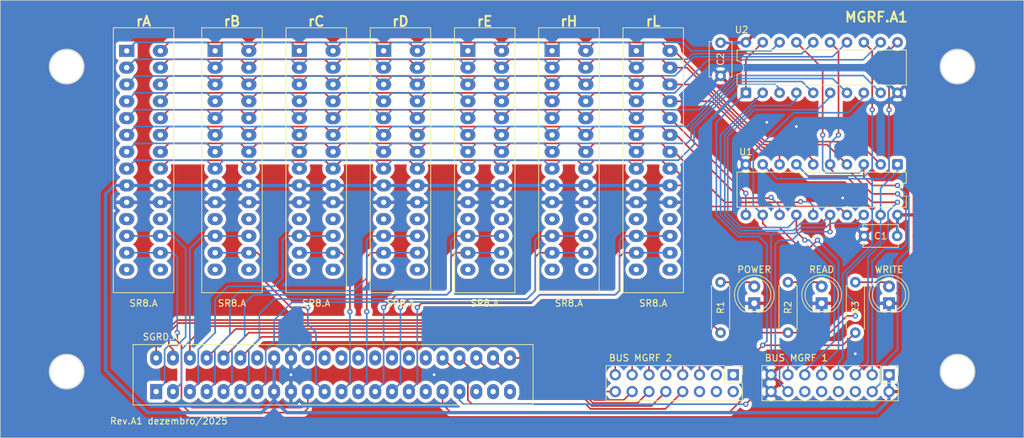
<source format=kicad_pcb>
(kicad_pcb (version 20241229) (generator "pcbnew") (generator_version "9.0")
  (layers (0 "F.Cu" signal) (2 "B.Cu" signal) (13 "F.Paste" user) (15 "B.Paste" user) (5 "F.SilkS" user "F.Silkscreen") (7 "B.SilkS" user "B.Silkscreen") (1 "F.Mask" user) (3 "B.Mask" user) (25 "Edge.Cuts" user))
  (net 0 "")
  (net 1 "rd_addr_3")
  (net 2 "rd_addr_4")
  (net 3 "wr_addr_3")
  (net 4 "wr_addr_4")
  (net 5 "data_in_0")
  (net 6 "data_in_1")
  (net 7 "data_in_2")
  (net 8 "data_in_3")
  (net 9 "data_in_4")
  (net 10 "data_in_5")
  (net 11 "data_in_6")
  (net 12 "data_in_7")
  (net 13 "+5V")
  (net 14 "GND")
  (net 15 "write_A")
  (net 16 "n_read_A")
  (net 17 "data_out_0")
  (net 18 "data_out_1")
  (net 19 "data_out_2")
  (net 20 "data_out_3")
  (net 21 "data_out_4")
  (net 22 "data_out_5")
  (net 23 "data_out_6")
  (net 24 "data_out_7")
  (net 25 "write_B")
  (net 26 "n_read_B")
  (net 27 "write_C")
  (net 28 "n_read_C")
  (net 29 "write_D")
  (net 30 "n_read_D")
  (net 31 "write_E")
  (net 32 "n_read_E")
  (net 33 "write_H")
  (net 34 "n_read_H")
  (net 35 "write_L")
  (net 36 "n_read_L")
  (net 37 "/data_0")
  (net 38 "/data_1")
  (net 39 "/data_2")
  (net 40 "/data_3")
  (net 41 "/data_4")
  (net 42 "/data_5")
  (net 43 "/data_6")
  (net 44 "/data_7")
  (net 45 "rd_addr_0")
  (net 46 "rd_addr_1")
  (net 47 "rd_addr_2")
  (net 48 "wr_addr_0")
  (net 49 "wr_addr_1")
  (net 50 "wr_addr_2")
  (net 51 "clock")
  (net 52 "Net-(D1-A)")
  (net 53 "Net-(D2-A)")
  (net 54 "Net-(D3-A)")
  (net 70 "data_out_enable")
  (net 71 "data_in_enable")
  (footprint "Resistor_THT:R_Axial_DIN0207_L6.3mm_D2.5mm_P7.62mm_Horizontal" (layer "F.Cu") (at 136.525 65.405 90)
    (property "Reference" "R2")
    (property "Value" "1K")
  )
  (footprint "Connector_PinHeader_2.54mm:PinHeader_2x08_P2.54mm_Vertical" (layer "F.Cu") (at 128.27 71.755 -90)
    (property "Reference" "J9" (hide yes))
    (property "Value" "bus_mgrf_2")
  )
  (footprint "LED_THT:LED_D5.0mm" (layer "F.Cu") (at 131.445 60.96 90)
    (property "Reference" "D1" (hide yes))
    (property "Value" "POWER")
  )
  (footprint "edge_connector:male-edge-connector-28" (layer "F.Cu") (at 36.83 22.86)
    (property "Reference" "J1" (hide yes))
    (property "Value" "sr8a_A")
  )
  (footprint "Capacitor_THT:C_Disc_D5.1mm_W3.2mm_P5.00mm" (layer "F.Cu") (at 126.365 21.63 -90)
    (property "Reference" "C2")
    (property "Value" "100nF")
  )
  (footprint "edge_connector:male-edge-connector-28" (layer "F.Cu") (at 88.265 22.86)
    (property "Reference" "J5" (hide yes))
    (property "Value" "sr8a_E")
  )
  (footprint "edge_connector:male-edge-connector-28" (layer "F.Cu") (at 113.665 22.86)
    (property "Reference" "J7" (hide yes))
    (property "Value" "sr8a_L")
  )
  (footprint "edge_connector:male-edge-connector-28" (layer "F.Cu") (at 62.865 22.86)
    (property "Reference" "J3" (hide yes))
    (property "Value" "sr8a_C")
  )
  (footprint "edge_connector:male-edge-connector-28" (layer "F.Cu") (at 75.565 22.86)
    (property "Reference" "J4" (hide yes))
    (property "Value" "sr8a_D")
  )
  (footprint "Connector_PinHeader_2.54mm:PinHeader_2x08_P2.54mm_Vertical" (layer "F.Cu") (at 151.765 71.755 -90)
    (property "Reference" "J8" (hide yes))
    (property "Value" "bus_mgrf_1")
  )
  (footprint "Package_DIP:DIP-20_W7.62mm" (layer "F.Cu") (at 130.18 29.2 90)
    (property "Reference" "U2")
    (property "Value" "74LS244")
  )
  (footprint "Capacitor_THT:C_Disc_D5.1mm_W3.2mm_P5.00mm" (layer "F.Cu") (at 152.995 50.8 180)
    (property "Reference" "C1")
    (property "Value" "100nF")
  )
  (footprint "Resistor_THT:R_Axial_DIN0207_L6.3mm_D2.5mm_P7.62mm_Horizontal" (layer "F.Cu") (at 126.365 65.405 90)
    (property "Reference" "R1")
    (property "Value" "1K")
  )
  (footprint "edge_connector:male-edge-connector-28" (layer "F.Cu") (at 100.965 22.86)
    (property "Reference" "J6" (hide yes))
    (property "Value" "sr8a_H")
  )
  (footprint "edge_connector:male-edge-connector-28" (layer "F.Cu") (at 50.165 22.86)
    (property "Reference" "J2" (hide yes))
    (property "Value" "sr8a_B")
  )
  (footprint "Resistor_THT:R_Axial_DIN0207_L6.3mm_D2.5mm_P7.62mm_Horizontal" (layer "F.Cu") (at 146.685 65.405 90)
    (property "Reference" "R3")
    (property "Value" "1K")
  )
  (footprint "Package_DIP:DIP-20_W7.62mm" (layer "F.Cu") (at 153.035 40.005 -90)
    (property "Reference" "U1")
    (property "Value" "74LS244")
  )
  (footprint "edge_connector:male-edge-connector-44" (layer "F.Cu") (at 41.275 74.295 90)
    (property "Reference" "J10" (hide yes))
    (property "Value" "designador")
  )
  (footprint "LED_THT:LED_D5.0mm" (layer "F.Cu") (at 141.605 60.965 90)
    (property "Reference" "D2" (hide yes))
    (property "Value" "READ")
  )
  (footprint "LED_THT:LED_D5.0mm" (layer "F.Cu") (at 151.765 60.96 90)
    (property "Reference" "D3" (hide yes))
    (property "Value" "WRITE")
  )
  (gr_circle (center 162.085 71.28) (end 164.685 71.28) (stroke (width 0.2)) (fill no) (layer "Edge.Cuts"))
  (gr_circle (center 162.085 25.24) (end 164.685 25.24) (stroke (width 0.2)) (fill no) (layer "Edge.Cuts"))
  (gr_circle (center 27.78 71.28) (end 30.38 71.28) (stroke (width 0.2)) (fill no) (layer "Edge.Cuts"))
  (gr_rect (start 17.78 15.24) (end 172.085 81.28) (stroke (width 0.1)) (fill no) (layer "Edge.Cuts"))
  (gr_circle (center 27.78 25.24) (end 30.38 25.24) (stroke (width 0.2)) (fill no) (layer "Edge.Cuts"))
  (gr_text "BUS MGRF 2" (at 114.3 69.215 0) (layer "F.SilkS") (effects (font (size 1 1))))
  (gr_text "rE" (at 90.805 18.415 0) (layer "F.SilkS") (effects (font (size 1.5 1.5) (thickness 0.3))))
  (gr_text "SR8.A" (at 103.505 60.96 0) (layer "F.SilkS") (effects (font (size 1 1))))
  (gr_text "SR8.A" (at 65.405 60.96 0) (layer "F.SilkS") (effects (font (size 1 1))))
  (gr_text "SR8.A" (at 78.105 60.96 0) (layer "F.SilkS") (effects (font (size 1 1))))
  (gr_text "MGRF.A1" (at 149.86 17.78 0) (layer "F.SilkS") (effects (font (size 1.5 1.5) (thickness 0.3))))
  (gr_text "SR8.A" (at 52.705 60.96 0) (layer "F.SilkS") (effects (font (size 1 1))))
  (gr_text "rL" (at 116.205 18.415 0) (layer "F.SilkS") (effects (font (size 1.5 1.5) (thickness 0.3))))
  (gr_text "rH" (at 103.505 18.415 0) (layer "F.SilkS") (effects (font (size 1.5 1.5) (thickness 0.3))))
  (gr_text "SGRD.A" (at 41.91 66.04 0) (layer "F.SilkS") (effects (font (size 1 1))))
  (gr_text "rB" (at 52.705 18.415 0) (layer "F.SilkS") (effects (font (size 1.5 1.5) (thickness 0.3))))
  (gr_text "BUS MGRF 1" (at 137.795 69.215 0) (layer "F.SilkS") (effects (font (size 1 1))))
  (gr_text "rC" (at 65.405 18.415 0) (layer "F.SilkS") (effects (font (size 1.5 1.5) (thickness 0.3))))
  (gr_text "SR8.A" (at 116.205 60.96 0) (layer "F.SilkS") (effects (font (size 1 1))))
  (gr_text "rA" (at 39.37 18.415 0) (layer "F.SilkS") (effects (font (size 1.5 1.5) (thickness 0.3))))
  (gr_text "rD" (at 78.105 18.415 0) (layer "F.SilkS") (effects (font (size 1.5 1.5) (thickness 0.3))))
  (gr_text "Rev.A1 dezembro/2025" (at 43.18 78.74 0) (layer "F.SilkS") (effects (font (size 1 1))))
  (gr_text "SR8.A" (at 90.805 60.96 0) (layer "F.SilkS") (effects (font (size 1 1))))
  (gr_text "SR8.A" (at 39.37 60.96 0) (layer "F.SilkS") (effects (font (size 1 1))))
  (segment (start 93.98 71.12) (end 102.869282 71.12) (width 0.25) (layer "F.Cu") (net 1))
  (segment (start 102.869282 71.12) (end 107.314282 75.565) (width 0.25) (layer "F.Cu") (net 1))
  (segment (start 111.76 75.565) (end 113.03 74.295) (width 0.25) (layer "F.Cu") (net 1))
  (segment (start 107.314282 75.565) (end 111.76 75.565) (width 0.25) (layer "F.Cu") (net 1))
  (segment (start 92.075 69.215) (end 93.98 71.12) (width 0.25) (layer "F.Cu") (net 1))
  (segment (start 101.6 69.215) (end 106.68 74.295) (width 0.25) (layer "F.Cu") (net 2))
  (segment (start 94.615 69.215) (end 101.6 69.215) (width 0.25) (layer "F.Cu") (net 2))
  (segment (start 106.68 74.295) (end 110.49 74.295) (width 0.25) (layer "F.Cu") (net 2))
  (segment (start 111.843 64.853) (end 115.57 68.58) (width 0.25) (layer "F.Cu") (net 3))
  (segment (start 48.895 69.215) (end 53.257 64.853) (width 0.25) (layer "F.Cu") (net 3))
  (segment (start 53.257 64.853) (end 111.843 64.853) (width 0.25) (layer "F.Cu") (net 3))
  (segment (start 115.57 68.58) (end 115.57 71.755) (width 0.25) (layer "F.Cu") (net 3))
  (segment (start 51.435 69.215) (end 55.245 65.405) (width 0.25) (layer "F.Cu") (net 4))
  (segment (start 55.245 65.405) (end 109.855 65.405) (width 0.25) (layer "F.Cu") (net 4))
  (segment (start 109.855 65.405) (end 113.03 68.58) (width 0.25) (layer "F.Cu") (net 4))
  (segment (start 113.03 68.58) (end 113.03 71.755) (width 0.25) (layer "F.Cu") (net 4))
  (segment (start 114.935 21.59) (end 120.65 21.59) (width 0.25) (layer "B.Cu") (net 5))
  (segment (start 74.295 21.59) (end 75.565 22.86) (width 0.25) (layer "B.Cu") (net 5))
  (segment (start 89.535 21.59) (end 99.695 21.59) (width 0.25) (layer "B.Cu") (net 5))
  (segment (start 99.695 21.59) (end 100.965 22.86) (width 0.25) (layer "B.Cu") (net 5))
  (segment (start 64.135 21.59) (end 74.295 21.59) (width 0.25) (layer "B.Cu") (net 5))
  (segment (start 75.565 22.86) (end 76.835 21.59) (width 0.25) (layer "B.Cu") (net 5))
  (segment (start 120.65 21.59) (end 121.92 22.86) (width 0.25) (layer "B.Cu") (net 5))
  (segment (start 100.965 22.86) (end 102.235 21.59) (width 0.25) (layer "B.Cu") (net 5))
  (segment (start 112.395 21.59) (end 113.665 22.86) (width 0.25) (layer "B.Cu") (net 5))
  (segment (start 51.435 21.59) (end 61.595 21.59) (width 0.25) (layer "B.Cu") (net 5))
  (segment (start 62.865 22.86) (end 64.135 21.59) (width 0.25) (layer "B.Cu") (net 5))
  (segment (start 48.895 21.59) (end 50.165 22.86) (width 0.25) (layer "B.Cu") (net 5))
  (segment (start 113.665 22.86) (end 114.935 21.59) (width 0.25) (layer "B.Cu") (net 5))
  (segment (start 133.98 22.86) (end 135.26 21.58) (width 0.25) (layer "B.Cu") (net 5))
  (segment (start 76.835 21.59) (end 86.995 21.59) (width 0.25) (layer "B.Cu") (net 5))
  (segment (start 36.83 22.86) (end 38.1 21.59) (width 0.25) (layer "B.Cu") (net 5))
  (segment (start 61.595 21.59) (end 62.865 22.86) (width 0.25) (layer "B.Cu") (net 5))
  (segment (start 86.995 21.59) (end 88.265 22.86) (width 0.25) (layer "B.Cu") (net 5))
  (segment (start 50.165 22.86) (end 51.435 21.59) (width 0.25) (layer "B.Cu") (net 5))
  (segment (start 38.1 21.59) (end 48.895 21.59) (width 0.25) (layer "B.Cu") (net 5))
  (segment (start 121.92 22.86) (end 133.98 22.86) (width 0.25) (layer "B.Cu") (net 5))
  (segment (start 88.265 22.86) (end 89.535 21.59) (width 0.25) (layer "B.Cu") (net 5))
  (segment (start 102.235 21.59) (end 112.395 21.59) (width 0.25) (layer "B.Cu") (net 5))
  (segment (start 61.595 24.13) (end 62.865 25.4) (width 0.25) (layer "B.Cu") (net 6))
  (segment (start 64.135 24.13) (end 74.295 24.13) (width 0.25) (layer "B.Cu") (net 6))
  (segment (start 50.165 25.4) (end 51.435 24.13) (width 0.25) (layer "B.Cu") (net 6))
  (segment (start 138.61048 23.30952) (end 140.34 21.58) (width 0.25) (layer "B.Cu") (net 6))
  (segment (start 102.235 24.13) (end 112.395 24.13) (width 0.25) (layer "B.Cu") (net 6))
  (segment (start 89.535 24.13) (end 99.695 24.13) (width 0.25) (layer "B.Cu") (net 6))
  (segment (start 75.565 25.4) (end 76.835 24.13) (width 0.25) (layer "B.Cu") (net 6))
  (segment (start 99.695 24.13) (end 100.965 25.4) (width 0.25) (layer "B.Cu") (net 6))
  (segment (start 48.895 24.13) (end 50.165 25.4) (width 0.25) (layer "B.Cu") (net 6))
  (segment (start 122.174494 23.30952) (end 138.61048 23.30952) (width 0.25) (layer "B.Cu") (net 6))
  (segment (start 121.354014 24.13) (end 122.174494 23.30952) (width 0.25) (layer "B.Cu") (net 6))
  (segment (start 100.965 25.4) (end 102.235 24.13) (width 0.25) (layer "B.Cu") (net 6))
  (segment (start 36.83 25.4) (end 38.1 24.13) (width 0.25) (layer "B.Cu") (net 6))
  (segment (start 86.995 24.13) (end 88.265 25.4) (width 0.25) (layer "B.Cu") (net 6))
  (segment (start 88.265 25.4) (end 89.535 24.13) (width 0.25) (layer "B.Cu") (net 6))
  (segment (start 76.835 24.13) (end 86.995 24.13) (width 0.25) (layer "B.Cu") (net 6))
  (segment (start 114.935 24.13) (end 121.354014 24.13) (width 0.25) (layer "B.Cu") (net 6))
  (segment (start 62.865 25.4) (end 64.135 24.13) (width 0.25) (layer "B.Cu") (net 6))
  (segment (start 113.665 25.4) (end 114.935 24.13) (width 0.25) (layer "B.Cu") (net 6))
  (segment (start 51.435 24.13) (end 61.595 24.13) (width 0.25) (layer "B.Cu") (net 6))
  (segment (start 112.395 24.13) (end 113.665 25.4) (width 0.25) (layer "B.Cu") (net 6))
  (segment (start 74.295 24.13) (end 75.565 25.4) (width 0.25) (layer "B.Cu") (net 6))
  (segment (start 38.1 24.13) (end 48.895 24.13) (width 0.25) (layer "B.Cu") (net 6))
  (segment (start 74.295 26.67) (end 75.565 27.94) (width 0.25) (layer "B.Cu") (net 7))
  (segment (start 114.98048 26.62452) (end 113.665 27.94) (width 0.25) (layer "B.Cu") (net 7))
  (segment (start 89.535 26.67) (end 99.695 26.67) (width 0.25) (layer "B.Cu") (net 7))
  (segment (start 102.235 26.67) (end 112.395 26.67) (width 0.25) (layer "B.Cu") (net 7))
  (segment (start 119.495212 26.62452) (end 114.98048 26.62452) (width 0.25) (layer "B.Cu") (net 7))
  (segment (start 88.265 27.94) (end 89.535 26.67) (width 0.25) (layer "B.Cu") (net 7))
  (segment (start 51.435 26.67) (end 61.595 26.67) (width 0.25) (layer "B.Cu") (net 7))
  (segment (start 86.995 26.67) (end 88.265 27.94) (width 0.25) (layer "B.Cu") (net 7))
  (segment (start 100.965 27.94) (end 102.235 26.67) (width 0.25) (layer "B.Cu") (net 7))
  (segment (start 143.24096 23.75904) (end 122.360692 23.75904) (width 0.25) (layer "B.Cu") (net 7))
  (segment (start 38.1 26.67) (end 48.895 26.67) (width 0.25) (layer "B.Cu") (net 7))
  (segment (start 99.695 26.67) (end 100.965 27.94) (width 0.25) (layer "B.Cu") (net 7))
  (segment (start 48.895 26.67) (end 50.165 27.94) (width 0.25) (layer "B.Cu") (net 7))
  (segment (start 64.135 26.67) (end 74.295 26.67) (width 0.25) (layer "B.Cu") (net 7))
  (segment (start 61.595 26.67) (end 62.865 27.94) (width 0.25) (layer "B.Cu") (net 7))
  (segment (start 112.395 26.67) (end 113.665 27.94) (width 0.25) (layer "B.Cu") (net 7))
  (segment (start 75.565 27.94) (end 76.835 26.67) (width 0.25) (layer "B.Cu") (net 7))
  (segment (start 36.83 27.94) (end 38.1 26.67) (width 0.25) (layer "B.Cu") (net 7))
  (segment (start 50.165 27.94) (end 51.435 26.67) (width 0.25) (layer "B.Cu") (net 7))
  (segment (start 122.360692 23.75904) (end 119.495212 26.62452) (width 0.25) (layer "B.Cu") (net 7))
  (segment (start 145.42 21.58) (end 143.24096 23.75904) (width 0.25) (layer "B.Cu") (net 7))
  (segment (start 62.865 27.94) (end 64.135 26.67) (width 0.25) (layer "B.Cu") (net 7))
  (segment (start 76.835 26.67) (end 86.995 26.67) (width 0.25) (layer "B.Cu") (net 7))
  (segment (start 100.965 30.48) (end 102.235 29.21) (width 0.25) (layer "B.Cu") (net 8))
  (segment (start 119.449732 29.21) (end 124.451172 24.20856) (width 0.25) (layer "B.Cu") (net 8))
  (segment (start 124.451172 24.20856) (end 147.87144 24.20856) (width 0.25) (layer "B.Cu") (net 8))
  (segment (start 147.87144 24.20856) (end 150.5 21.58) (width 0.25) (layer "B.Cu") (net 8))
  (segment (start 99.695 29.21) (end 100.965 30.48) (width 0.25) (layer "B.Cu") (net 8))
  (segment (start 112.395 29.21) (end 113.665 30.48) (width 0.25) (layer "B.Cu") (net 8))
  (segment (start 50.165 30.48) (end 51.435 29.21) (width 0.25) (layer "B.Cu") (net 8))
  (segment (start 76.835 29.21) (end 86.995 29.21) (width 0.25) (layer "B.Cu") (net 8))
  (segment (start 51.435 29.21) (end 61.595 29.21) (width 0.25) (layer "B.Cu") (net 8))
  (segment (start 113.665 30.48) (end 114.935 29.21) (width 0.25) (layer "B.Cu") (net 8))
  (segment (start 86.995 29.21) (end 88.265 30.48) (width 0.25) (layer "B.Cu") (net 8))
  (segment (start 62.865 30.48) (end 64.135 29.21) (width 0.25) (layer "B.Cu") (net 8))
  (segment (start 74.295 29.21) (end 75.565 30.48) (width 0.25) (layer "B.Cu") (net 8))
  (segment (start 36.83 30.48) (end 38.1 29.21) (width 0.25) (layer "B.Cu") (net 8))
  (segment (start 61.595 29.21) (end 62.865 30.48) (width 0.25) (layer "B.Cu") (net 8))
  (segment (start 102.235 29.21) (end 112.395 29.21) (width 0.25) (layer "B.Cu") (net 8))
  (segment (start 114.935 29.21) (end 119.449732 29.21) (width 0.25) (layer "B.Cu") (net 8))
  (segment (start 89.535 29.21) (end 99.695 29.21) (width 0.25) (layer "B.Cu") (net 8))
  (segment (start 48.895 29.21) (end 50.165 30.48) (width 0.25) (layer "B.Cu") (net 8))
  (segment (start 88.265 30.48) (end 89.535 29.21) (width 0.25) (layer "B.Cu") (net 8))
  (segment (start 38.1 29.21) (end 48.895 29.21) (width 0.25) (layer "B.Cu") (net 8))
  (segment (start 64.135 29.21) (end 74.295 29.21) (width 0.25) (layer "B.Cu") (net 8))
  (segment (start 75.565 30.48) (end 76.835 29.21) (width 0.25) (layer "B.Cu") (net 8))
  (segment (start 88.265 33.02) (end 89.535 31.75) (width 0.25) (layer "B.Cu") (net 9))
  (segment (start 74.295 31.75) (end 75.565 33.02) (width 0.25) (layer "B.Cu") (net 9))
  (segment (start 61.595 31.75) (end 62.865 33.02) (width 0.25) (layer "B.Cu") (net 9))
  (segment (start 128.347125 26.59144) (end 147.89144 26.59144) (width 0.25) (layer "B.Cu") (net 9))
  (segment (start 114.935 31.75) (end 123.188565 31.75) (width 0.25) (layer "B.Cu") (net 9))
  (segment (start 50.165 33.02) (end 51.435 31.75) (width 0.25) (layer "B.Cu") (net 9))
  (segment (start 48.895 31.75) (end 50.165 33.02) (width 0.25) (layer "B.Cu") (net 9))
  (segment (start 36.83 33.02) (end 38.1 31.75) (width 0.25) (layer "B.Cu") (net 9))
  (segment (start 100.965 33.02) (end 102.235 31.75) (width 0.25) (layer "B.Cu") (net 9))
  (segment (start 38.1 31.75) (end 48.895 31.75) (width 0.25) (layer "B.Cu") (net 9))
  (segment (start 89.535 31.75) (end 99.695 31.75) (width 0.25) (layer "B.Cu") (net 9))
  (segment (start 86.995 31.75) (end 88.265 33.02) (width 0.25) (layer "B.Cu") (net 9))
  (segment (start 62.865 33.02) (end 64.135 31.75) (width 0.25) (layer "B.Cu") (net 9))
  (segment (start 112.395 31.75) (end 113.665 33.02) (width 0.25) (layer "B.Cu") (net 9))
  (segment (start 99.695 31.75) (end 100.965 33.02) (width 0.25) (layer "B.Cu") (net 9))
  (segment (start 113.665 33.02) (end 114.935 31.75) (width 0.25) (layer "B.Cu") (net 9))
  (segment (start 64.135 31.75) (end 74.295 31.75) (width 0.25) (layer "B.Cu") (net 9))
  (segment (start 76.835 31.75) (end 86.995 31.75) (width 0.25) (layer "B.Cu") (net 9))
  (segment (start 147.89144 26.59144) (end 150.5 29.2) (width 0.25) (layer "B.Cu") (net 9))
  (segment (start 102.235 31.75) (end 112.395 31.75) (width 0.25) (layer "B.Cu") (net 9))
  (segment (start 123.188565 31.75) (end 128.347125 26.59144) (width 0.25) (layer "B.Cu") (net 9))
  (segment (start 51.435 31.75) (end 61.595 31.75) (width 0.25) (layer "B.Cu") (net 9))
  (segment (start 75.565 33.02) (end 76.835 31.75) (width 0.25) (layer "B.Cu") (net 9))
  (segment (start 51.435 34.29) (end 61.595 34.29) (width 0.25) (layer "B.Cu") (net 10))
  (segment (start 48.895 34.29) (end 50.165 35.56) (width 0.25) (layer "B.Cu") (net 10))
  (segment (start 86.995 34.29) (end 88.265 35.56) (width 0.25) (layer "B.Cu") (net 10))
  (segment (start 128.533323 27.04096) (end 143.26096 27.04096) (width 0.25) (layer "B.Cu") (net 10))
  (segment (start 38.1 34.29) (end 48.895 34.29) (width 0.25) (layer "B.Cu") (net 10))
  (segment (start 62.865 35.56) (end 64.135 34.29) (width 0.25) (layer "B.Cu") (net 10))
  (segment (start 75.565 35.56) (end 76.835 34.29) (width 0.25) (layer "B.Cu") (net 10))
  (segment (start 76.835 34.29) (end 86.995 34.29) (width 0.25) (layer "B.Cu") (net 10))
  (segment (start 89.535 34.29) (end 99.695 34.29) (width 0.25) (layer "B.Cu") (net 10))
  (segment (start 99.695 34.29) (end 100.965 35.56) (width 0.25) (layer "B.Cu") (net 10))
  (segment (start 114.98048 34.24452) (end 121.329763 34.24452) (width 0.25) (layer "B.Cu") (net 10))
  (segment (start 74.295 34.29) (end 75.565 35.56) (width 0.25) (layer "B.Cu") (net 10))
  (segment (start 50.165 35.56) (end 51.435 34.29) (width 0.25) (layer "B.Cu") (net 10))
  (segment (start 102.235 34.29) (end 112.395 34.29) (width 0.25) (layer "B.Cu") (net 10))
  (segment (start 112.395 34.29) (end 113.665 35.56) (width 0.25) (layer "B.Cu") (net 10))
  (segment (start 143.26096 27.04096) (end 145.42 29.2) (width 0.25) (layer "B.Cu") (net 10))
  (segment (start 61.595 34.29) (end 62.865 35.56) (width 0.25) (layer "B.Cu") (net 10))
  (segment (start 121.329763 34.24452) (end 128.533323 27.04096) (width 0.25) (layer "B.Cu") (net 10))
  (segment (start 113.665 35.56) (end 114.98048 34.24452) (width 0.25) (layer "B.Cu") (net 10))
  (segment (start 36.83 35.56) (end 38.1 34.29) (width 0.25) (layer "B.Cu") (net 10))
  (segment (start 88.265 35.56) (end 89.535 34.29) (width 0.25) (layer "B.Cu") (net 10))
  (segment (start 100.965 35.56) (end 102.235 34.29) (width 0.25) (layer "B.Cu") (net 10))
  (segment (start 64.135 34.29) (end 74.295 34.29) (width 0.25) (layer "B.Cu") (net 10))
  (segment (start 64.135 36.83) (end 74.295 36.83) (width 0.25) (layer "B.Cu") (net 11))
  (segment (start 50.165 38.1) (end 51.435 36.83) (width 0.25) (layer "B.Cu") (net 11))
  (segment (start 75.565 38.1) (end 76.835 36.83) (width 0.25) (layer "B.Cu") (net 11))
  (segment (start 89.535 36.83) (end 99.695 36.83) (width 0.25) (layer "B.Cu") (net 11))
  (segment (start 36.83 38.1) (end 38.1 36.83) (width 0.25) (layer "B.Cu") (net 11))
  (segment (start 99.695 36.83) (end 100.965 38.1) (width 0.25) (layer "B.Cu") (net 11))
  (segment (start 48.895 36.83) (end 50.165 38.1) (width 0.25) (layer "B.Cu") (net 11))
  (segment (start 74.295 36.83) (end 75.565 38.1) (width 0.25) (layer "B.Cu") (net 11))
  (segment (start 113.665 38.1) (end 114.935 36.83) (width 0.25) (layer "B.Cu") (net 11))
  (segment (start 100.965 38.1) (end 102.235 36.83) (width 0.25) (layer "B.Cu") (net 11))
  (segment (start 138.63048 27.49048) (end 140.34 29.2) (width 0.25) (layer "B.Cu") (net 11))
  (segment (start 51.435 36.83) (end 61.595 36.83) (width 0.25) (layer "B.Cu") (net 11))
  (segment (start 102.235 36.83) (end 112.395 36.83) (width 0.25) (layer "B.Cu") (net 11))
  (segment (start 112.395 36.83) (end 113.665 38.1) (width 0.25) (layer "B.Cu") (net 11))
  (segment (start 86.995 36.83) (end 88.265 38.1) (width 0.25) (layer "B.Cu") (net 11))
  (segment (start 88.265 38.1) (end 89.535 36.83) (width 0.25) (layer "B.Cu") (net 11))
  (segment (start 114.935 36.83) (end 121.285 36.83) (width 0.25) (layer "B.Cu") (net 11))
  (segment (start 121.285 36.83) (end 121.92 36.195) (width 0.25) (layer "B.Cu") (net 11))
  (segment (start 76.835 36.83) (end 86.995 36.83) (width 0.25) (layer "B.Cu") (net 11))
  (segment (start 121.92 36.195) (end 121.92 34.29) (width 0.25) (layer "B.Cu") (net 11))
  (segment (start 128.71952 27.49048) (end 138.63048 27.49048) (width 0.25) (layer "B.Cu") (net 11))
  (segment (start 121.92 34.29) (end 128.71952 27.49048) (width 0.25) (layer "B.Cu") (net 11))
  (segment (start 38.1 36.83) (end 48.895 36.83) (width 0.25) (layer "B.Cu") (net 11))
  (segment (start 62.865 38.1) (end 64.135 36.83) (width 0.25) (layer "B.Cu") (net 11))
  (segment (start 61.595 36.83) (end 62.865 38.1) (width 0.25) (layer "B.Cu") (net 11))
  (segment (start 61.595 39.37) (end 62.865 40.64) (width 0.25) (layer "B.Cu") (net 12))
  (segment (start 122.36952 34.476198) (end 128.905718 27.94) (width 0.25) (layer "B.Cu") (net 12))
  (segment (start 50.165 40.64) (end 51.435 39.37) (width 0.25) (layer "B.Cu") (net 12))
  (segment (start 112.395 39.37) (end 113.665 40.64) (width 0.25) (layer "B.Cu") (net 12))
  (segment (start 36.83 40.64) (end 38.1 39.37) (width 0.25) (layer "B.Cu") (net 12))
  (segment (start 89.535 39.37) (end 99.695 39.37) (width 0.25) (layer "B.Cu") (net 12))
  (segment (start 114.935 39.37) (end 120.015 39.37) (width 0.25) (layer "B.Cu") (net 12))
  (segment (start 48.895 39.37) (end 50.165 40.64) (width 0.25) (layer "B.Cu") (net 12))
  (segment (start 88.265 40.64) (end 89.535 39.37) (width 0.25) (layer "B.Cu") (net 12))
  (segment (start 102.235 39.37) (end 112.395 39.37) (width 0.25) (layer "B.Cu") (net 12))
  (segment (start 100.965 40.64) (end 102.235 39.37) (width 0.25) (layer "B.Cu") (net 12))
  (segment (start 75.565 40.64) (end 76.835 39.37) (width 0.25) (layer "B.Cu") (net 12))
  (segment (start 38.1 39.37) (end 48.895 39.37) (width 0.25) (layer "B.Cu") (net 12))
  (segment (start 62.865 40.64) (end 64.135 39.37) (width 0.25) (layer "B.Cu") (net 12))
  (segment (start 120.015 39.37) (end 122.36952 37.01548) (width 0.25) (layer "B.Cu") (net 12))
  (segment (start 134.62 27.94) (end 135.26 28.58) (width 0.25) (layer "B.Cu") (net 12))
  (segment (start 128.905718 27.94) (end 134.62 27.94) (width 0.25) (layer "B.Cu") (net 12))
  (segment (start 99.695 39.37) (end 100.965 40.64) (width 0.25) (layer "B.Cu") (net 12))
  (segment (start 113.665 40.64) (end 114.935 39.37) (width 0.25) (layer "B.Cu") (net 12))
  (segment (start 64.135 39.37) (end 74.295 39.37) (width 0.25) (layer "B.Cu") (net 12))
  (segment (start 122.36952 37.01548) (end 122.36952 34.476198) (width 0.25) (layer "B.Cu") (net 12))
  (segment (start 86.995 39.37) (end 88.265 40.64) (width 0.25) (layer "B.Cu") (net 12))
  (segment (start 76.835 39.37) (end 86.995 39.37) (width 0.25) (layer "B.Cu") (net 12))
  (segment (start 51.435 39.37) (end 61.595 39.37) (width 0.25) (layer "B.Cu") (net 12))
  (segment (start 74.295 39.37) (end 75.565 40.64) (width 0.25) (layer "B.Cu") (net 12))
  (segment (start 135.26 28.58) (end 135.26 29.2) (width 0.25) (layer "B.Cu") (net 12))
  (segment (start 154.305 74.295) (end 155.575 73.025) (width 0.5) (layer "F.Cu") (net 13))
  (segment (start 155.575 20.955) (end 154.305 19.685) (width 0.5) (layer "F.Cu") (net 13))
  (segment (start 120.38596 43.18) (end 123.19 45.98404) (width 0.25) (layer "F.Cu") (net 13))
  (segment (start 123.19 62.23) (end 126.365 65.405) (width 0.25) (layer "F.Cu") (net 13))
  (segment (start 155.575 50.8) (end 155.575 47.625) (width 0.5) (layer "F.Cu") (net 13))
  (segment (start 155.575 73.025) (end 155.575 50.8) (width 0.5) (layer "F.Cu") (net 13))
  (segment (start 154.305 19.685) (end 132.075 19.685) (width 0.5) (layer "F.Cu") (net 13))
  (segment (start 155.575 47.625) (end 155.575 20.955) (width 0.5) (layer "F.Cu") (net 13))
  (segment (start 118.745 43.18) (end 120.38596 43.18) (width 0.25) (layer "F.Cu") (net 13))
  (segment (start 132.075 19.685) (end 130.18 21.58) (width 0.5) (layer "F.Cu") (net 13))
  (segment (start 151.765 74.295) (end 154.305 74.295) (width 0.5) (layer "F.Cu") (net 13))
  (segment (start 153.035 47.625) (end 155.575 47.625) (width 0.5) (layer "F.Cu") (net 13))
  (segment (start 123.19 45.98404) (end 123.19 62.23) (width 0.25) (layer "F.Cu") (net 13))
  (segment (start 75.565 43.18) (end 80.645 43.18) (width 0.5) (layer "B.Cu") (net 13))
  (segment (start 93.345 43.18) (end 100.965 43.18) (width 0.5) (layer "B.Cu") (net 13))
  (segment (start 55.245 43.18) (end 62.865 43.18) (width 0.5) (layer "B.Cu") (net 13))
  (segment (start 151.765 75.565) (end 151.765 74.295) (width 0.5) (layer "B.Cu") (net 13))
  (segment (start 50.165 43.18) (end 55.245 43.18) (width 0.5) (layer "B.Cu") (net 13))
  (segment (start 60.96 77.47) (end 149.86 77.47) (width 0.5) (layer "B.Cu") (net 13))
  (segment (start 59.055 75.565) (end 60.96 77.47) (width 0.5) (layer "B.Cu") (net 13))
  (segment (start 59.055 74.295) (end 59.055 69.215) (width 0.5) (layer "B.Cu") (net 13))
  (segment (start 151.765 74.295) (end 151.765 71.755) (width 0.5) (layer "B.Cu") (net 13))
  (segment (start 57.15 77.47) (end 40.005 77.47) (width 0.5) (layer "B.Cu") (net 13))
  (segment (start 106.045 43.18) (end 113.665 43.18) (width 0.5) (layer "B.Cu") (net 13))
  (segment (start 130.13 21.63) (end 130.18 21.58) (width 0.5) (layer "B.Cu") (net 13))
  (segment (start 88.265 43.18) (end 93.345 43.18) (width 0.5) (layer "B.Cu") (net 13))
  (segment (start 80.645 43.18) (end 88.265 43.18) (width 0.5) (layer "B.Cu") (net 13))
  (segment (start 100.965 43.18) (end 106.045 43.18) (width 0.5) (layer "B.Cu") (net 13))
  (segment (start 33.655 71.12) (end 33.655 44.45) (width 0.5) (layer "B.Cu") (net 13))
  (segment (start 59.055 75.565) (end 57.15 77.47) (width 0.5) (layer "B.Cu") (net 13))
  (segment (start 36.83 43.18) (end 41.91 43.18) (width 0.5) (layer "B.Cu") (net 13))
  (segment (start 153.035 47.625) (end 153.035 50.76) (width 0.5) (layer "B.Cu") (net 13))
  (segment (start 67.945 43.18) (end 75.565 43.18) (width 0.5) (layer "B.Cu") (net 13))
  (segment (start 59.055 74.295) (end 59.055 75.565) (width 0.5) (layer "B.Cu") (net 13))
  (segment (start 41.91 43.18) (end 50.165 43.18) (width 0.5) (layer "B.Cu") (net 13))
  (segment (start 40.005 77.47) (end 33.655 71.12) (width 0.5) (layer "B.Cu") (net 13))
  (segment (start 149.86 77.47) (end 151.765 75.565) (width 0.5) (layer "B.Cu") (net 13))
  (segment (start 34.925 43.18) (end 36.83 43.18) (width 0.5) (layer "B.Cu") (net 13))
  (segment (start 153.035 50.76) (end 152.995 50.8) (width 0.5) (layer "B.Cu") (net 13))
  (segment (start 62.865 43.18) (end 67.945 43.18) (width 0.5) (layer "B.Cu") (net 13))
  (segment (start 33.655 44.45) (end 34.925 43.18) (width 0.5) (layer "B.Cu") (net 13))
  (segment (start 126.365 21.63) (end 130.13 21.63) (width 0.5) (layer "B.Cu") (net 13))
  (segment (start 113.665 43.18) (end 118.745 43.18) (width 0.5) (layer "B.Cu") (net 13))
  (via (at 83.185 71.755) (size 0.8) (drill 0.4) (layers "F.Cu" "B.Cu") (net 14))
  (via (at 61.595 71.755) (size 0.8) (drill 0.4) (layers "F.Cu" "B.Cu") (net 14))
  (via (at 62.865 76.2) (size 0.8) (drill 0.4) (layers "F.Cu" "B.Cu") (net 14))
  (via (at 62.865 67.31) (size 0.8) (drill 0.4) (layers "F.Cu" "B.Cu") (net 14))
  (via (at 146.685 68.58) (size 0.8) (drill 0.4) (layers "F.Cu" "B.Cu") (net 14))
  (via (at 133.35 33.655) (size 0.8) (drill 0.4) (layers "F.Cu" "B.Cu") (net 14))
  (via (at 137.795 34.29) (size 0.8) (drill 0.4) (layers "F.Cu" "B.Cu") (net 14))
  (via (at 144.78 45.085) (size 0.8) (drill 0.4) (layers "F.Cu" "B.Cu") (net 14))
  (via (at 34.925 46.99) (size 0.8) (drill 0.4) (layers "F.Cu" "B.Cu") (net 14))
  (segment (start 119.38 45.72) (end 118.745 45.72) (width 0.25) (layer "B.Cu") (net 14))
  (segment (start 45.72 66.04) (end 45.72 52.705) (width 0.25) (layer "B.Cu") (net 15))
  (segment (start 45.72 52.705) (end 43.815 50.8) (width 0.25) (layer "B.Cu") (net 15))
  (segment (start 43.18 67.31) (end 44.45 67.31) (width 0.25) (layer "B.Cu") (net 15))
  (segment (start 42.545 73.025) (end 42.545 67.945) (width 0.25) (layer "B.Cu") (net 15))
  (segment (start 42.545 67.945) (end 43.18 67.31) (width 0.25) (layer "B.Cu") (net 15))
  (segment (start 41.275 74.295) (end 42.545 73.025) (width 0.25) (layer "B.Cu") (net 15))
  (segment (start 36.83 50.8) (end 41.91 50.8) (width 0.25) (layer "B.Cu") (net 15))
  (segment (start 44.45 67.31) (end 45.72 66.04) (width 0.25) (layer "B.Cu") (net 15))
  (segment (start 43.815 50.8) (end 41.91 50.8) (width 0.25) (layer "B.Cu") (net 15))
  (segment (start 64.135 74.295) (end 64.135 76.835) (width 0.25) (layer "F.Cu") (net 16))
  (segment (start 63.5 77.47) (end 46.355 77.47) (width 0.25) (layer "F.Cu") (net 16))
  (segment (start 46.355 77.47) (end 45.085 76.2) (width 0.25) (layer "F.Cu") (net 16))
  (segment (start 45.085 67.31) (end 44.45 66.675) (width 0.25) (layer "F.Cu") (net 16))
  (segment (start 44.45 66.675) (end 44.45 65.405) (width 0.25) (layer "F.Cu") (net 16))
  (segment (start 64.135 76.835) (end 63.5 77.47) (width 0.25) (layer "F.Cu") (net 16))
  (segment (start 45.085 76.2) (end 45.085 67.31) (width 0.25) (layer "F.Cu") (net 16))
  (via (at 44.45 65.405) (size 0.8) (drill 0.4) (layers "F.Cu" "B.Cu") (net 16))
  (segment (start 43.815 53.34) (end 41.91 53.34) (width 0.25) (layer "B.Cu") (net 16))
  (segment (start 44.45 65.405) (end 44.45 53.975) (width 0.25) (layer "B.Cu") (net 16))
  (segment (start 44.45 53.975) (end 43.815 53.34) (width 0.25) (layer "B.Cu") (net 16))
  (segment (start 36.83 53.34) (end 41.91 53.34) (width 0.25) (layer "B.Cu") (net 16))
  (segment (start 147.05596 36.56596) (end 150.495 40.005) (width 0.25) (layer "F.Cu") (net 17))
  (segment (start 56.515 21.59) (end 66.675 21.59) (width 0.25) (layer "F.Cu") (net 17))
  (segment (start 80.645 22.86) (end 81.915 21.59) (width 0.25) (layer "F.Cu") (net 17))
  (segment (start 81.915 21.59) (end 92.075 21.59) (width 0.25) (layer "F.Cu") (net 17))
  (segment (start 53.975 21.59) (end 55.245 22.86) (width 0.25) (layer "F.Cu") (net 17))
  (segment (start 67.945 22.86) (end 69.215 21.59) (width 0.25) (layer "F.Cu") (net 17))
  (segment (start 79.375 21.59) (end 80.645 22.86) (width 0.25) (layer "F.Cu") (net 17))
  (segment (start 93.345 22.86) (end 94.615 21.59) (width 0.25) (layer "F.Cu") (net 17))
  (segment (start 55.245 22.86) (end 56.515 21.59) (width 0.25) (layer "F.Cu") (net 17))
  (segment (start 104.775 21.59) (end 106.045 22.86) (width 0.25) (layer "F.Cu") (net 17))
  (segment (start 43.18 21.59) (end 53.975 21.59) (width 0.25) (layer "F.Cu") (net 17))
  (segment (start 119.38 22.86) (end 133.08596 36.56596) (width 0.25) (layer "F.Cu") (net 17))
  (segment (start 107.315 21.59) (end 117.475 21.59) (width 0.25) (layer "F.Cu") (net 17))
  (segment (start 94.615 21.59) (end 104.775 21.59) (width 0.25) (layer "F.Cu") (net 17))
  (segment (start 106.045 22.86) (end 107.315 21.59) (width 0.25) (layer "F.Cu") (net 17))
  (segment (start 66.675 21.59) (end 67.945 22.86) (width 0.25) (layer "F.Cu") (net 17))
  (segment (start 118.745 22.86) (end 119.38 22.86) (width 0.25) (layer "F.Cu") (net 17))
  (segment (start 92.075 21.59) (end 93.345 22.86) (width 0.25) (layer "F.Cu") (net 17))
  (segment (start 133.08596 36.56596) (end 147.05596 36.56596) (width 0.25) (layer "F.Cu") (net 17))
  (segment (start 41.91 22.86) (end 43.18 21.59) (width 0.25) (layer "F.Cu") (net 17))
  (segment (start 117.475 21.59) (end 118.745 22.86) (width 0.25) (layer "F.Cu") (net 17))
  (segment (start 69.215 21.59) (end 79.375 21.59) (width 0.25) (layer "F.Cu") (net 17))
  (segment (start 107.315 24.13) (end 117.475 24.13) (width 0.25) (layer "F.Cu") (net 18))
  (segment (start 106.045 25.4) (end 107.315 24.13) (width 0.25) (layer "F.Cu") (net 18))
  (segment (start 41.91 25.4) (end 43.18 24.13) (width 0.25) (layer "F.Cu") (net 18))
  (segment (start 118.745 25.4) (end 121.284282 25.4) (width 0.25) (layer "F.Cu") (net 18))
  (segment (start 55.245 25.4) (end 56.515 24.13) (width 0.25) (layer "F.Cu") (net 18))
  (segment (start 80.645 25.4) (end 81.915 24.13) (width 0.25) (layer "F.Cu") (net 18))
  (segment (start 56.515 24.13) (end 66.675 24.13) (width 0.25) (layer "F.Cu") (net 18))
  (segment (start 66.675 24.13) (end 67.945 25.4) (width 0.25) (layer "F.Cu") (net 18))
  (segment (start 43.18 24.13) (end 53.975 24.13) (width 0.25) (layer "F.Cu") (net 18))
  (segment (start 67.945 25.4) (end 69.215 24.13) (width 0.25) (layer "F.Cu") (net 18))
  (segment (start 142.42548 37.01548) (end 145.415 40.005) (width 0.25) (layer "F.Cu") (net 18))
  (segment (start 81.915 24.13) (end 92.075 24.13) (width 0.25) (layer "F.Cu") (net 18))
  (segment (start 132.899762 37.01548) (end 142.42548 37.01548) (width 0.25) (layer "F.Cu") (net 18))
  (segment (start 104.775 24.13) (end 106.045 25.4) (width 0.25) (layer "F.Cu") (net 18))
  (segment (start 117.475 24.13) (end 118.745 25.4) (width 0.25) (layer "F.Cu") (net 18))
  (segment (start 94.615 24.13) (end 104.775 24.13) (width 0.25) (layer "F.Cu") (net 18))
  (segment (start 93.345 25.4) (end 94.615 24.13) (width 0.25) (layer "F.Cu") (net 18))
  (segment (start 53.975 24.13) (end 55.245 25.4) (width 0.25) (layer "F.Cu") (net 18))
  (segment (start 69.215 24.13) (end 79.375 24.13) (width 0.25) (layer "F.Cu") (net 18))
  (segment (start 79.375 24.13) (end 80.645 25.4) (width 0.25) (layer "F.Cu") (net 18))
  (segment (start 121.284282 25.4) (end 132.899762 37.01548) (width 0.25) (layer "F.Cu") (net 18))
  (segment (start 92.075 24.13) (end 93.345 25.4) (width 0.25) (layer "F.Cu") (net 18))
  (segment (start 123.188564 27.94) (end 132.713565 37.465) (width 0.25) (layer "F.Cu") (net 19))
  (segment (start 41.91 27.94) (end 43.18 26.67) (width 0.25) (layer "F.Cu") (net 19))
  (segment (start 80.645 27.94) (end 81.915 26.67) (width 0.25) (layer "F.Cu") (net 19))
  (segment (start 55.245 27.94) (end 56.515 26.67) (width 0.25) (layer "F.Cu") (net 19))
  (segment (start 69.215 26.67) (end 79.375 26.67) (width 0.25) (layer "F.Cu") (net 19))
  (segment (start 53.975 26.67) (end 55.245 27.94) (width 0.25) (layer "F.Cu") (net 19))
  (segment (start 79.375 26.67) (end 80.645 27.94) (width 0.25) (layer "F.Cu") (net 19))
  (segment (start 138.43 37.465) (end 140.335 39.37) (width 0.25) (layer "F.Cu") (net 19))
  (segment (start 92.075 26.67) (end 93.345 27.94) (width 0.25) (layer "F.Cu") (net 19))
  (segment (start 132.713565 37.465) (end 138.43 37.465) (width 0.25) (layer "F.Cu") (net 19))
  (segment (start 118.745 27.94) (end 123.188564 27.94) (width 0.25) (layer "F.Cu") (net 19))
  (segment (start 67.945 27.94) (end 69.215 26.67) (width 0.25) (layer "F.Cu") (net 19))
  (segment (start 106.045 27.94) (end 107.315 26.67) (width 0.25) (layer "F.Cu") (net 19))
  (segment (start 56.515 26.67) (end 66.675 26.67) (width 0.25) (layer "F.Cu") (net 19))
  (segment (start 94.615 26.67) (end 104.775 26.67) (width 0.25) (layer "F.Cu") (net 19))
  (segment (start 117.475 26.67) (end 118.745 27.94) (width 0.25) (layer "F.Cu") (net 19))
  (segment (start 107.315 26.67) (end 117.475 26.67) (width 0.25) (layer "F.Cu") (net 19))
  (segment (start 81.915 26.67) (end 92.075 26.67) (width 0.25) (layer "F.Cu") (net 19))
  (segment (start 93.345 27.94) (end 94.615 26.67) (width 0.25) (layer "F.Cu") (net 19))
  (segment (start 66.675 26.67) (end 67.945 27.94) (width 0.25) (layer "F.Cu") (net 19))
  (segment (start 140.335 39.37) (end 140.335 40.005) (width 0.25) (layer "F.Cu") (net 19))
  (segment (start 104.775 26.67) (end 106.045 27.94) (width 0.25) (layer "F.Cu") (net 19))
  (segment (start 43.18 26.67) (end 53.975 26.67) (width 0.25) (layer "F.Cu") (net 19))
  (segment (start 107.315 29.21) (end 117.475 29.21) (width 0.25) (layer "F.Cu") (net 20))
  (segment (start 94.615 29.21) (end 104.775 29.21) (width 0.25) (layer "F.Cu") (net 20))
  (segment (start 106.045 30.48) (end 107.315 29.21) (width 0.25) (layer "F.Cu") (net 20))
  (segment (start 41.91 30.48) (end 43.18 29.21) (width 0.25) (layer "F.Cu") (net 20))
  (segment (start 66.675 29.21) (end 67.945 30.48) (width 0.25) (layer "F.Cu") (net 20))
  (segment (start 43.18 29.21) (end 53.975 29.21) (width 0.25) (layer "F.Cu") (net 20))
  (segment (start 67.945 30.48) (end 69.215 29.21) (width 0.25) (layer "F.Cu") (net 20))
  (segment (start 79.375 29.21) (end 80.645 30.48) (width 0.25) (layer "F.Cu") (net 20))
  (segment (start 81.915 29.21) (end 92.075 29.21) (width 0.25) (layer "F.Cu") (net 20))
  (segment (start 134.43452 37.91452) (end 135.255 38.735) (width 0.25) (layer "F.Cu") (net 20))
  (segment (start 104.775 29.21) (end 106.045 30.48) (width 0.25) (layer "F.Cu") (net 20))
  (segment (start 56.515 29.21) (end 66.675 29.21) (width 0.25) (layer "F.Cu") (net 20))
  (segment (start 55.245 30.48) (end 56.515 29.21) (width 0.25) (layer "F.Cu") (net 20))
  (segment (start 125.092848 30.48) (end 132.527368 37.91452) (width 0.25) (layer "F.Cu") (net 20))
  (segment (start 53.975 29.21) (end 55.245 30.48) (width 0.25) (layer "F.Cu") (net 20))
  (segment (start 80.645 30.48) (end 81.915 29.21) (width 0.25) (layer "F.Cu") (net 20))
  (segment (start 117.475 29.21) (end 118.745 30.48) (width 0.25) (layer "F.Cu") (net 20))
  (segment (start 93.345 30.48) (end 94.615 29.21) (width 0.25) (layer "F.Cu") (net 20))
  (segment (start 92.075 29.21) (end 93.345 30.48) (width 0.25) (layer "F.Cu") (net 20))
  (segment (start 118.745 30.48) (end 125.092848 30.48) (width 0.25) (layer "F.Cu") (net 20))
  (segment (start 135.255 38.735) (end 135.255 40.005) (width 0.25) (layer "F.Cu") (net 20))
  (segment (start 69.215 29.21) (end 79.375 29.21) (width 0.25) (layer "F.Cu") (net 20))
  (segment (start 132.527368 37.91452) (end 134.43452 37.91452) (width 0.25) (layer "F.Cu") (net 20))
  (segment (start 79.375 31.75) (end 80.645 33.02) (width 0.25) (layer "F.Cu") (net 21))
  (segment (start 56.515 31.75) (end 66.675 31.75) (width 0.25) (layer "F.Cu") (net 21))
  (segment (start 53.975 31.75) (end 55.245 33.02) (width 0.25) (layer "F.Cu") (net 21))
  (segment (start 107.315 31.75) (end 117.475 31.75) (width 0.25) (layer "F.Cu") (net 21))
  (segment (start 69.215 31.75) (end 79.375 31.75) (width 0.25) (layer "F.Cu") (net 21))
  (segment (start 94.615 31.75) (end 104.775 31.75) (width 0.25) (layer "F.Cu") (net 21))
  (segment (start 92.075 31.75) (end 93.345 33.02) (width 0.25) (layer "F.Cu") (net 21))
  (segment (start 67.945 33.02) (end 69.215 31.75) (width 0.25) (layer "F.Cu") (net 21))
  (segment (start 128.815 43.09) (end 118.745 33.02) (width 0.25) (layer "F.Cu") (net 21))
  (segment (start 104.775 31.75) (end 106.045 33.02) (width 0.25) (layer "F.Cu") (net 21))
  (segment (start 43.18 31.75) (end 53.975 31.75) (width 0.25) (layer "F.Cu") (net 21))
  (segment (start 117.475 31.75) (end 118.745 33.02) (width 0.25) (layer "F.Cu") (net 21))
  (segment (start 130.175 44.36) (end 128.905 43.09) (width 0.25) (layer "F.Cu") (net 21))
  (segment (start 93.345 33.02) (end 94.615 31.75) (width 0.25) (layer "F.Cu") (net 21))
  (segment (start 41.91 33.02) (end 43.18 31.75) (width 0.25) (layer "F.Cu") (net 21))
  (segment (start 66.675 31.75) (end 67.945 33.02) (width 0.25) (layer "F.Cu") (net 21))
  (segment (start 81.915 31.75) (end 92.075 31.75) (width 0.25) (layer "F.Cu") (net 21))
  (segment (start 80.645 33.02) (end 81.915 31.75) (width 0.25) (layer "F.Cu") (net 21))
  (segment (start 128.905 43.09) (end 128.815 43.09) (width 0.25) (layer "F.Cu") (net 21))
  (segment (start 106.045 33.02) (end 107.315 31.75) (width 0.25) (layer "F.Cu") (net 21))
  (segment (start 55.245 33.02) (end 56.515 31.75) (width 0.25) (layer "F.Cu") (net 21))
  (via (at 130.175 44.36) (size 0.8) (drill 0.4) (layers "F.Cu" "B.Cu") (net 21))
  (segment (start 130.175 44.36) (end 130.175 47.625) (width 0.25) (layer "B.Cu") (net 21))
  (segment (start 80.645 35.56) (end 81.915 34.29) (width 0.25) (layer "F.Cu") (net 22))
  (segment (start 119.6975 35.56) (end 118.745 35.56) (width 0.25) (layer "F.Cu") (net 22))
  (segment (start 43.18 34.29) (end 53.975 34.29) (width 0.25) (layer "F.Cu") (net 22))
  (segment (start 133.985 44.995) (end 133.895 45.085) (width 0.25) (layer "F.Cu") (net 22))
  (segment (start 94.615 34.29) (end 104.775 34.29) (width 0.25) (layer "F.Cu") (net 22))
  (segment (start 107.315 34.29) (end 117.475 34.29) (width 0.25) (layer "F.Cu") (net 22))
  (segment (start 56.515 34.29) (end 66.675 34.29) (width 0.25) (layer "F.Cu") (net 22))
  (segment (start 69.215 34.29) (end 79.375 34.29) (width 0.25) (layer "F.Cu") (net 22))
  (segment (start 81.915 34.29) (end 92.075 34.29) (width 0.25) (layer "F.Cu") (net 22))
  (segment (start 66.675 34.29) (end 67.945 35.56) (width 0.25) (layer "F.Cu") (net 22))
  (segment (start 104.775 34.29) (end 106.045 35.56) (width 0.25) (layer "F.Cu") (net 22))
  (segment (start 117.475 34.29) (end 118.745 35.56) (width 0.25) (layer "F.Cu") (net 22))
  (segment (start 93.345 35.56) (end 94.615 34.29) (width 0.25) (layer "F.Cu") (net 22))
  (segment (start 53.975 34.29) (end 55.245 35.56) (width 0.25) (layer "F.Cu") (net 22))
  (segment (start 133.895 45.085) (end 129.2225 45.085) (width 0.25) (layer "F.Cu") (net 22))
  (segment (start 55.245 35.56) (end 56.515 34.29) (width 0.25) (layer "F.Cu") (net 22))
  (segment (start 92.075 34.29) (end 93.345 35.56) (width 0.25) (layer "F.Cu") (net 22))
  (segment (start 41.91 35.56) (end 43.18 34.29) (width 0.25) (layer "F.Cu") (net 22))
  (segment (start 129.2225 45.085) (end 119.6975 35.56) (width 0.25) (layer "F.Cu") (net 22))
  (segment (start 79.375 34.29) (end 80.645 35.56) (width 0.25) (layer "F.Cu") (net 22))
  (segment (start 106.045 35.56) (end 107.315 34.29) (width 0.25) (layer "F.Cu") (net 22))
  (segment (start 67.945 35.56) (end 69.215 34.29) (width 0.25) (layer "F.Cu") (net 22))
  (via (at 133.985 44.995) (size 0.8) (drill 0.4) (layers "F.Cu" "B.Cu") (net 22))
  (segment (start 133.985 44.995) (end 135.255 46.265) (width 0.25) (layer "B.Cu") (net 22))
  (segment (start 135.255 46.265) (end 135.255 47.625) (width 0.25) (layer "B.Cu") (net 22))
  (segment (start 94.615 36.83) (end 104.775 36.83) (width 0.25) (layer "F.Cu") (net 23))
  (segment (start 107.315 36.83) (end 117.475 36.83) (width 0.25) (layer "F.Cu") (net 23))
  (segment (start 67.945 38.1) (end 69.215 36.83) (width 0.25) (layer "F.Cu") (net 23))
  (segment (start 106.045 38.1) (end 107.315 36.83) (width 0.25) (layer "F.Cu") (net 23))
  (segment (start 55.245 38.1) (end 56.515 36.83) (width 0.25) (layer "F.Cu") (net 23))
  (segment (start 119.380718 38.1) (end 118.745 38.1) (width 0.25) (layer "F.Cu") (net 23))
  (segment (start 43.18 36.83) (end 53.975 36.83) (width 0.25) (layer "F.Cu") (net 23))
  (segment (start 127.000718 45.72) (end 119.380718 38.1) (width 0.25) (layer "F.Cu") (net 23))
  (segment (start 92.075 36.83) (end 93.345 38.1) (width 0.25) (layer "F.Cu") (net 23))
  (segment (start 53.975 36.83) (end 55.245 38.1) (width 0.25) (layer "F.Cu") (net 23))
  (segment (start 138.43 45.63) (end 138.34 45.72) (width 0.25) (layer "F.Cu") (net 23))
  (segment (start 69.215 36.83) (end 79.375 36.83) (width 0.25) (layer "F.Cu") (net 23))
  (segment (start 138.34 45.72) (end 127.000718 45.72) (width 0.25) (layer "F.Cu") (net 23))
  (segment (start 79.375 36.83) (end 80.645 38.1) (width 0.25) (layer "F.Cu") (net 23))
  (segment (start 93.345 38.1) (end 94.615 36.83) (width 0.25) (layer "F.Cu") (net 23))
  (segment (start 41.91 38.1) (end 43.18 36.83) (width 0.25) (layer "F.Cu") (net 23))
  (segment (start 80.645 38.1) (end 81.915 36.83) (width 0.25) (layer "F.Cu") (net 23))
  (segment (start 117.475 36.83) (end 118.745 38.1) (width 0.25) (layer "F.Cu") (net 23))
  (segment (start 104.775 36.83) (end 106.045 38.1) (width 0.25) (layer "F.Cu") (net 23))
  (segment (start 66.675 36.83) (end 67.945 38.1) (width 0.25) (layer "F.Cu") (net 23))
  (segment (start 81.915 36.83) (end 92.075 36.83) (width 0.25) (layer "F.Cu") (net 23))
  (segment (start 56.515 36.83) (end 66.675 36.83) (width 0.25) (layer "F.Cu") (net 23))
  (via (at 138.43 45.63) (size 0.8) (drill 0.4) (layers "F.Cu" "B.Cu") (net 23))
  (segment (start 139.7 45.63) (end 138.43 45.63) (width 0.25) (layer "B.Cu") (net 23))
  (segment (start 140.335 47.625) (end 140.335 46.265) (width 0.25) (layer "B.Cu") (net 23))
  (segment (start 140.335 46.265) (end 139.7 45.63) (width 0.25) (layer "B.Cu") (net 23))
  (segment (start 56.515 39.37) (end 66.675 39.37) (width 0.25) (layer "F.Cu") (net 24))
  (segment (start 66.675 39.37) (end 67.945 40.64) (width 0.25) (layer "F.Cu") (net 24))
  (segment (start 119.38 40.64) (end 125.095 46.355) (width 0.25) (layer "F.Cu") (net 24))
  (segment (start 117.475 39.37) (end 118.745 40.64) (width 0.25) (layer "F.Cu") (net 24))
  (segment (start 67.945 40.64) (end 69.215 39.37) (width 0.25) (layer "F.Cu") (net 24))
  (segment (start 106.045 40.64) (end 107.315 39.37) (width 0.25) (layer "F.Cu") (net 24))
  (segment (start 81.915 39.37) (end 92.075 39.37) (width 0.25) (layer "F.Cu") (net 24))
  (segment (start 79.375 39.37) (end 80.645 40.64) (width 0.25) (layer "F.Cu") (net 24))
  (segment (start 104.775 39.37) (end 106.045 40.64) (width 0.25) (layer "F.Cu") (net 24))
  (segment (start 55.245 40.64) (end 56.515 39.37) (width 0.25) (layer "F.Cu") (net 24))
  (segment (start 118.745 40.64) (end 119.38 40.64) (width 0.25) (layer "F.Cu") (net 24))
  (segment (start 125.095 46.355) (end 144.145 46.355) (width 0.25) (layer "F.Cu") (net 24))
  (segment (start 92.075 39.37) (end 93.345 40.64) (width 0.25) (layer "F.Cu") (net 24))
  (segment (start 93.345 40.64) (end 94.615 39.37) (width 0.25) (layer "F.Cu") (net 24))
  (segment (start 80.645 40.64) (end 81.915 39.37) (width 0.25) (layer "F.Cu") (net 24))
  (segment (start 41.91 40.64) (end 43.18 39.37) (width 0.25) (layer "F.Cu") (net 24))
  (segment (start 107.315 39.37) (end 117.475 39.37) (width 0.25) (layer "F.Cu") (net 24))
  (segment (start 69.215 39.37) (end 79.375 39.37) (width 0.25) (layer "F.Cu") (net 24))
  (segment (start 53.975 39.37) (end 55.245 40.64) (width 0.25) (layer "F.Cu") (net 24))
  (segment (start 43.18 39.37) (end 53.975 39.37) (width 0.25) (layer "F.Cu") (net 24))
  (segment (start 94.615 39.37) (end 104.775 39.37) (width 0.25) (layer "F.Cu") (net 24))
  (segment (start 144.145 46.355) (end 145.415 47.625) (width 0.25) (layer "F.Cu") (net 24))
  (segment (start 43.815 74.295) (end 45.085 73.025) (width 0.25) (layer "B.Cu") (net 25))
  (segment (start 45.085 73.025) (end 45.085 67.945) (width 0.25) (layer "B.Cu") (net 25))
  (segment (start 50.165 50.8) (end 55.245 50.8) (width 0.25) (layer "B.Cu") (net 25))
  (segment (start 45.085 67.945) (end 46.355 66.675) (width 0.25) (layer "B.Cu") (net 25))
  (segment (start 46.355 66.675) (end 46.355 52.705) (width 0.25) (layer "B.Cu") (net 25))
  (segment (start 46.355 52.705) (end 48.26 50.8) (width 0.25) (layer "B.Cu") (net 25))
  (segment (start 48.26 50.8) (end 50.165 50.8) (width 0.25) (layer "B.Cu") (net 25))
  (segment (start 64.135 61.595) (end 61.595 61.595) (width 0.25) (layer "F.Cu") (net 26))
  (segment (start 57.785 57.785) (end 57.785 54.61) (width 0.25) (layer "F.Cu") (net 26))
  (segment (start 56.515 53.34) (end 55.245 53.34) (width 0.25) (layer "F.Cu") (net 26))
  (segment (start 57.785 54.61) (end 56.515 53.34) (width 0.25) (layer "F.Cu") (net 26))
  (segment (start 61.595 61.595) (end 57.785 57.785) (width 0.25) (layer "F.Cu") (net 26))
  (via (at 64.135 61.595) (size 0.8) (drill 0.4) (layers "F.Cu" "B.Cu") (net 26))
  (segment (start 65.361 72.981) (end 66.675 74.295) (width 0.25) (layer "B.Cu") (net 26))
  (segment (start 64.135 61.595) (end 64.135 64.135) (width 0.25) (layer "B.Cu") (net 26))
  (segment (start 65.361 65.361) (end 65.361 72.981) (width 0.25) (layer "B.Cu") (net 26))
  (segment (start 50.165 53.34) (end 55.245 53.34) (width 0.25) (layer "B.Cu") (net 26))
  (segment (start 64.135 64.135) (end 65.361 65.361) (width 0.25) (layer "B.Cu") (net 26))
  (segment (start 59.055 58.42) (end 60.325 57.15) (width 0.25) (layer "B.Cu") (net 27))
  (segment (start 47.625 67.945) (end 50.165 65.405) (width 0.25) (layer "B.Cu") (net 27))
  (segment (start 60.96 50.8) (end 62.865 50.8) (width 0.25) (layer "B.Cu") (net 27))
  (segment (start 50.165 60.325) (end 52.07 58.42) (width 0.25) (layer "B.Cu") (net 27))
  (segment (start 50.165 65.405) (end 50.165 60.325) (width 0.25) (layer "B.Cu") (net 27))
  (segment (start 60.325 57.15) (end 60.325 51.435) (width 0.25) (layer "B.Cu") (net 27))
  (segment (start 46.355 74.295) (end 47.625 73.025) (width 0.25) (layer "B.Cu") (net 27))
  (segment (start 60.325 51.435) (end 60.96 50.8) (width 0.25) (layer "B.Cu") (net 27))
  (segment (start 52.07 58.42) (end 59.055 58.42) (width 0.25) (layer "B.Cu") (net 27))
  (segment (start 47.625 73.025) (end 47.625 67.945) (width 0.25) (layer "B.Cu") (net 27))
  (segment (start 62.865 50.8) (end 67.945 50.8) (width 0.25) (layer "B.Cu") (net 27))
  (segment (start 70.485 62.23) (end 70.485 54.61) (width 0.25) (layer "F.Cu") (net 28))
  (segment (start 70.485 54.61) (end 69.215 53.34) (width 0.25) (layer "F.Cu") (net 28))
  (segment (start 69.215 53.34) (end 67.945 53.34) (width 0.25) (layer "F.Cu") (net 28))
  (via (at 70.485 62.23) (size 0.8) (drill 0.4) (layers "F.Cu" "B.Cu") (net 28))
  (segment (start 62.865 53.34) (end 67.945 53.34) (width 0.25) (layer "B.Cu") (net 28))
  (segment (start 70.485 62.23) (end 70.485 73.025) (width 0.25) (layer "B.Cu") (net 28))
  (segment (start 70.485 73.025) (end 69.215 74.295) (width 0.25) (layer "B.Cu") (net 28))
  (segment (start 71.12 59.055) (end 73.025 57.15) (width 0.25) (layer "B.Cu") (net 29))
  (segment (start 53.975 59.055) (end 71.12 59.055) (width 0.25) (layer "B.Cu") (net 29))
  (segment (start 48.895 74.295) (end 50.11952 73.07048) (width 0.25) (layer "B.Cu") (net 29))
  (segment (start 73.025 57.15) (end 73.025 51.435) (width 0.25) (layer "B.Cu") (net 29))
  (segment (start 52.3875 60.6425) (end 53.975 59.055) (width 0.25) (layer "B.Cu") (net 29))
  (segment (start 50.11952 73.07048) (end 50.11952 67.99048) (width 0.25) (layer "B.Cu") (net 29))
  (segment (start 73.66 50.8) (end 75.565 50.8) (width 0.25) (layer "B.Cu") (net 29))
  (segment (start 73.025 51.435) (end 73.66 50.8) (width 0.25) (layer "B.Cu") (net 29))
  (segment (start 75.565 50.8) (end 80.645 50.8) (width 0.25) (layer "B.Cu") (net 29))
  (segment (start 50.11952 67.99048) (end 52.3875 65.7225) (width 0.25) (layer "B.Cu") (net 29))
  (segment (start 52.3875 65.7225) (end 52.3875 60.6425) (width 0.25) (layer "B.Cu") (net 29))
  (segment (start 73.025 53.975) (end 73.66 53.34) (width 0.25) (layer "F.Cu") (net 30))
  (segment (start 73.66 53.34) (end 75.565 53.34) (width 0.25) (layer "F.Cu") (net 30))
  (segment (start 73.025 62.23) (end 73.025 53.975) (width 0.25) (layer "F.Cu") (net 30))
  (via (at 73.025 62.23) (size 0.8) (drill 0.4) (layers "F.Cu" "B.Cu") (net 30))
  (segment (start 71.755 74.295) (end 73.025 73.025) (width 0.25) (layer "B.Cu") (net 30))
  (segment (start 75.565 53.34) (end 80.645 53.34) (width 0.25) (layer "B.Cu") (net 30))
  (segment (start 73.025 73.025) (end 73.025 62.23) (width 0.25) (layer "B.Cu") (net 30))
  (segment (start 88.265 50.8) (end 93.345 50.8) (width 0.25) (layer "B.Cu") (net 31))
  (segment (start 54.61 66.04) (end 54.61 60.96) (width 0.25) (layer "B.Cu") (net 31))
  (segment (start 85.725 51.435) (end 86.36 50.8) (width 0.25) (layer "B.Cu") (net 31))
  (segment (start 86.36 50.8) (end 88.265 50.8) (width 0.25) (layer "B.Cu") (net 31))
  (segment (start 55.88 59.69) (end 85.09 59.69) (width 0.25) (layer "B.Cu") (net 31))
  (segment (start 54.61 60.96) (end 55.88 59.69) (width 0.25) (layer "B.Cu") (net 31))
  (segment (start 52.705 67.945) (end 54.61 66.04) (width 0.25) (layer "B.Cu") (net 31))
  (segment (start 85.725 59.055) (end 85.725 51.435) (width 0.25) (layer "B.Cu") (net 31))
  (segment (start 51.435 74.295) (end 52.705 73.025) (width 0.25) (layer "B.Cu") (net 31))
  (segment (start 85.09 59.69) (end 85.725 59.055) (width 0.25) (layer "B.Cu") (net 31))
  (segment (start 52.705 73.025) (end 52.705 67.945) (width 0.25) (layer "B.Cu") (net 31))
  (segment (start 85.725 59.055) (end 85.725 53.975) (width 0.25) (layer "F.Cu") (net 32))
  (segment (start 77.47 59.69) (end 85.09 59.69) (width 0.25) (layer "F.Cu") (net 32))
  (segment (start 75.565 61.595) (end 77.47 59.69) (width 0.25) (layer "F.Cu") (net 32))
  (segment (start 85.09 59.69) (end 85.725 59.055) (width 0.25) (layer "F.Cu") (net 32))
  (segment (start 85.725 53.975) (end 86.36 53.34) (width 0.25) (layer "F.Cu") (net 32))
  (segment (start 86.36 53.34) (end 88.265 53.34) (width 0.25) (layer "F.Cu") (net 32))
  (via (at 75.565 61.595) (size 0.8) (drill 0.4) (layers "F.Cu" "B.Cu") (net 32))
  (segment (start 88.265 53.34) (end 93.345 53.34) (width 0.25) (layer "B.Cu") (net 32))
  (segment (start 75.565 61.595) (end 75.565 73.025) (width 0.25) (layer "B.Cu") (net 32))
  (segment (start 75.565 73.025) (end 74.295 74.295) (width 0.25) (layer "B.Cu") (net 32))
  (segment (start 55.245 73.025) (end 55.245 67.945) (width 0.25) (layer "B.Cu") (net 33))
  (segment (start 59.055 60.325) (end 97.155 60.325) (width 0.25) (layer "B.Cu") (net 33))
  (segment (start 98.425 59.055) (end 98.425 51.435) (width 0.25) (layer "B.Cu") (net 33))
  (segment (start 56.8325 62.5475) (end 59.055 60.325) (width 0.25) (layer "B.Cu") (net 33))
  (segment (start 56.8325 66.3575) (end 56.8325 62.5475) (width 0.25) (layer "B.Cu") (net 33))
  (segment (start 100.965 50.8) (end 106.045 50.8) (width 0.25) (layer "B.Cu") (net 33))
  (segment (start 55.245 67.945) (end 56.8325 66.3575) (width 0.25) (layer "B.Cu") (net 33))
  (segment (start 98.425 51.435) (end 99.06 50.8) (width 0.25) (layer "B.Cu") (net 33))
  (segment (start 53.975 74.295) (end 55.245 73.025) (width 0.25) (layer "B.Cu") (net 33))
  (segment (start 99.06 50.8) (end 100.965 50.8) (width 0.25) (layer "B.Cu") (net 33))
  (segment (start 97.155 60.325) (end 98.425 59.055) (width 0.25) (layer "B.Cu") (net 33))
  (segment (start 99.06 53.34) (end 100.965 53.34) (width 0.25) (layer "F.Cu") (net 34))
  (segment (start 97.155 60.325) (end 98.425 59.055) (width 0.25) (layer "F.Cu") (net 34))
  (segment (start 98.425 53.975) (end 99.06 53.34) (width 0.25) (layer "F.Cu") (net 34))
  (segment (start 78.105 61.595) (end 79.375 60.325) (width 0.25) (layer "F.Cu") (net 34))
  (segment (start 79.375 60.325) (end 97.155 60.325) (width 0.25) (layer "F.Cu") (net 34))
  (segment (start 98.425 59.055) (end 98.425 53.975) (width 0.25) (layer "F.Cu") (net 34))
  (via (at 78.105 61.595) (size 0.8) (drill 0.4) (layers "F.Cu" "B.Cu") (net 34))
  (segment (start 100.965 53.34) (end 106.045 53.34) (width 0.25) (layer "B.Cu") (net 34))
  (segment (start 78.105 73.025) (end 78.105 61.595) (width 0.25) (layer "B.Cu") (net 34))
  (segment (start 76.835 74.295) (end 78.105 73.025) (width 0.25) (layer "B.Cu") (net 34))
  (segment (start 97.34181 60.776) (end 97.34329 60.77452) (width 0.25) (layer "B.Cu") (net 35))
  (segment (start 111.125 59.055) (end 111.125 51.435) (width 0.25) (layer "B.Cu") (net 35))
  (segment (start 113.665 50.8) (end 118.745 50.8) (width 0.25) (layer "B.Cu") (net 35))
  (segment (start 99.06 59.69) (end 110.49 59.69) (width 0.25) (layer "B.Cu") (net 35))
  (segment (start 57.785 73.025) (end 57.785 67.945) (width 0.25) (layer "B.Cu") (net 35))
  (segment (start 111.76 50.8) (end 113.665 50.8) (width 0.25) (layer "B.Cu") (net 35))
  (segment (start 111.125 51.435) (end 111.76 50.8) (width 0.25) (layer "B.Cu") (net 35))
  (segment (start 56.515 74.295) (end 57.785 73.025) (width 0.25) (layer "B.Cu") (net 35))
  (segment (start 110.49 59.69) (end 111.125 59.055) (width 0.25) (layer "B.Cu") (net 35))
  (segment (start 59.055 63.5) (end 61.779 60.776) (width 0.25) (layer "B.Cu") (net 35))
  (segment (start 97.97548 60.77452) (end 99.06 59.69) (width 0.25) (layer "B.Cu") (net 35))
  (segment (start 97.34329 60.77452) (end 97.97548 60.77452) (width 0.25) (layer "B.Cu") (net 35))
  (segment (start 61.779 60.776) (end 97.34181 60.776) (width 0.25) (layer "B.Cu") (net 35))
  (segment (start 57.785 67.945) (end 59.055 66.675) (width 0.25) (layer "B.Cu") (net 35))
  (segment (start 59.055 66.675) (end 59.055 63.5) (width 0.25) (layer "B.Cu") (net 35))
  (segment (start 111.125 59.055) (end 111.125 53.975) (width 0.25) (layer "F.Cu") (net 36))
  (segment (start 97.79 60.96) (end 99.06 59.69) (width 0.25) (layer "F.Cu") (net 36))
  (segment (start 99.06 59.69) (end 110.49 59.69) (width 0.25) (layer "F.Cu") (net 36))
  (segment (start 80.645 61.595) (end 81.28 60.96) (width 0.25) (layer "F.Cu") (net 36))
  (segment (start 111.76 53.34) (end 113.665 53.34) (width 0.25) (layer "F.Cu") (net 36))
  (segment (start 110.49 59.69) (end 111.125 59.055) (width 0.25) (layer "F.Cu") (net 36))
  (segment (start 111.125 53.975) (end 111.76 53.34) (width 0.25) (layer "F.Cu") (net 36))
  (segment (start 81.28 60.96) (end 97.79 60.96) (width 0.25) (layer "F.Cu") (net 36))
  (via (at 80.645 61.595) (size 0.8) (drill 0.4) (layers "F.Cu" "B.Cu") (net 36))
  (segment (start 80.645 73.025) (end 80.645 61.595) (width 0.25) (layer "B.Cu") (net 36))
  (segment (start 113.665 53.34) (end 116.205 53.34) (width 0.25) (layer "B.Cu") (net 36))
  (segment (start 116.205 53.34) (end 118.745 53.34) (width 0.25) (layer "B.Cu") (net 36))
  (segment (start 79.375 74.295) (end 80.645 73.025) (width 0.25) (layer "B.Cu") (net 36))
  (segment (start 132.72 29.205) (end 126.365 35.56) (width 0.25) (layer "B.Cu") (net 37))
  (segment (start 129.167604 50.42904) (end 133.61404 50.42904) (width 0.25) (layer "B.Cu") (net 37))
  (segment (start 142.875 48.895) (end 146.685 48.895) (width 0.25) (layer "B.Cu") (net 37))
  (segment (start 135.255 69.85) (end 133.985 68.58) (width 0.25) (layer "B.Cu") (net 37))
  (segment (start 137.531678 50.42904) (end 138.430718 49.53) (width 0.25) (layer "B.Cu") (net 37))
  (segment (start 133.985 50.8) (end 134.35596 50.42904) (width 0.25) (layer "B.Cu") (net 37))
  (segment (start 136.525 74.295) (end 135.255 73.025) (width 0.25) (layer "B.Cu") (net 37))
  (segment (start 133.61404 50.42904) (end 133.985 50.8) (width 0.25) (layer "B.Cu") (net 37))
  (segment (start 142.24 49.53) (end 142.875 48.895) (width 0.25) (layer "B.Cu") (net 37))
  (segment (start 134.35596 50.42904) (end 137.531678 50.42904) (width 0.25) (layer "B.Cu") (net 37))
  (segment (start 133.985 68.58) (end 133.985 50.8) (width 0.25) (layer "B.Cu") (net 37))
  (segment (start 126.365 35.56) (end 126.365 47.626436) (width 0.25) (layer "B.Cu") (net 37))
  (segment (start 138.430718 49.53) (end 142.24 49.53) (width 0.25) (layer "B.Cu") (net 37))
  (segment (start 132.72 29.2) (end 132.72 29.205) (width 0.25) (layer "B.Cu") (net 37))
  (segment (start 135.255 73.025) (end 135.255 69.85) (width 0.25) (layer "B.Cu") (net 37))
  (segment (start 126.365 47.626436) (end 129.167604 50.42904) (width 0.25) (layer "B.Cu") (net 37))
  (segment (start 146.685 48.895) (end 147.955 47.625) (width 0.25) (layer "B.Cu") (net 37))
  (segment (start 142.875 50.165) (end 142.875 47.625) (width 0.25) (layer "F.Cu") (net 38))
  (via (at 142.875 50.165) (size 0.8) (drill 0.4) (layers "F.Cu" "B.Cu") (net 38))
  (segment (start 135.255 51.435) (end 137.16 51.435) (width 0.25) (layer "B.Cu") (net 38))
  (segment (start 138.43 48.895) (end 141.605 48.895) (width 0.25) (layer "B.Cu") (net 38))
  (segment (start 129.353802 49.97952) (end 137.34548 49.97952) (width 0.25) (layer "B.Cu") (net 38))
  (segment (start 138.431436 50.165) (end 142.875 50.165) (width 0.25) (layer "B.Cu") (net 38))
  (segment (start 127 35.560718) (end 127 47.625718) (width 0.25) (layer "B.Cu") (net 38))
  (segment (start 137.793564 50.801436) (end 137.16 51.435) (width 0.25) (layer "B.Cu") (net 38))
  (segment (start 134.62 67.945) (end 134.62 52.07) (width 0.25) (layer "B.Cu") (net 38))
  (segment (start 136.525 69.85) (end 134.62 67.945) (width 0.25) (layer "B.Cu") (net 38))
  (segment (start 131.445718 31.115) (end 127 35.560718) (width 0.25) (layer "B.Cu") (net 38))
  (segment (start 137.34548 49.97952) (end 138.43 48.895) (width 0.25) (layer "B.Cu") (net 38))
  (segment (start 137.8 29.2) (end 137.8 30.1575) (width 0.25) (layer "B.Cu") (net 38))
  (segment (start 136.8425 31.115) (end 131.445718 31.115) (width 0.25) (layer "B.Cu") (net 38))
  (segment (start 136.525 71.755) (end 136.525 69.85) (width 0.25) (layer "B.Cu") (net 38))
  (segment (start 137.795 50.801436) (end 138.431436 50.165) (width 0.25) (layer "B.Cu") (net 38))
  (segment (start 137.8 30.1575) (end 136.8425 31.115) (width 0.25) (layer "B.Cu") (net 38))
  (segment (start 134.62 52.07) (end 135.255 51.435) (width 0.25) (layer "B.Cu") (net 38))
  (segment (start 137.795 50.801436) (end 137.793564 50.801436) (width 0.25) (layer "B.Cu") (net 38))
  (segment (start 127 47.625718) (end 129.353802 49.97952) (width 0.25) (layer "B.Cu") (net 38))
  (segment (start 141.605 48.895) (end 142.875 47.625) (width 0.25) (layer "B.Cu") (net 38))
  (segment (start 137.795 50.165) (end 137.795 47.625) (width 0.25) (layer "F.Cu") (net 39))
  (segment (start 139.065 51.435) (end 137.795 50.165) (width 0.25) (layer "F.Cu") (net 39))
  (via (at 139.065 51.435) (size 0.8) (drill 0.4) (layers "F.Cu" "B.Cu") (net 39))
  (segment (start 136.52648 49.52852) (end 129.540612 49.52852) (width 0.25) (layer "B.Cu") (net 39))
  (segment (start 143.51 66.675) (end 139.065 71.12) (width 0.25) (layer "B.Cu") (net 39))
  (segment (start 129.540612 49.52852) (end 127.451 47.438908) (width 0.25) (layer "B.Cu") (net 39))
  (segment (start 143.51 55.245) (end 143.51 66.675) (width 0.25) (layer "B.Cu") (net 39))
  (segment (start 139.065 51.435) (end 139.7 51.435) (width 0.25) (layer "B.Cu") (net 39))
  (segment (start 137.795 48.26) (end 136.52648 49.52852) (width 0.25) (layer "B.Cu") (net 39))
  (segment (start 142.88 29.84) (end 142.88 29.2) (width 0.25) (layer "B.Cu") (net 39))
  (segment (start 137.795 47.625) (end 137.795 48.26) (width 0.25) (layer "B.Cu") (net 39))
  (segment (start 131.448528 31.75) (end 137.15719 31.75) (width 0.25) (layer "B.Cu") (net 39))
  (segment (start 127.451 47.438908) (end 127.451 35.747528) (width 0.25) (layer "B.Cu") (net 39))
  (segment (start 139.065 71.12) (end 139.065 71.755) (width 0.25) (layer "B.Cu") (net 39))
  (segment (start 140.97148 31.74852) (end 142.88 29.84) (width 0.25) (layer "B.Cu") (net 39))
  (segment (start 137.15867 31.74852) (end 140.97148 31.74852) (width 0.25) (layer "B.Cu") (net 39))
  (segment (start 127.451 35.747528) (end 131.448528 31.75) (width 0.25) (layer "B.Cu") (net 39))
  (segment (start 137.15719 31.75) (end 137.15867 31.74852) (width 0.25) (layer "B.Cu") (net 39))
  (segment (start 139.7 51.435) (end 143.51 55.245) (width 0.25) (layer "B.Cu") (net 39))
  (segment (start 132.715 48.895) (end 132.715 47.625) (width 0.25) (layer "F.Cu") (net 40))
  (segment (start 140.97 51.435) (end 139.7 52.705) (width 0.25) (layer "F.Cu") (net 40))
  (segment (start 135.255 49.53) (end 133.35 49.53) (width 0.25) (layer "F.Cu") (net 40))
  (segment (start 138.43 52.705) (end 135.255 49.53) (width 0.25) (layer "F.Cu") (net 40))
  (segment (start 133.35 49.53) (end 132.715 48.895) (width 0.25) (layer "F.Cu") (net 40))
  (segment (start 139.7 52.705) (end 138.43 52.705) (width 0.25) (layer "F.Cu") (net 40))
  (via (at 140.97 51.435) (size 0.8) (drill 0.4) (layers "F.Cu" "B.Cu") (net 40))
  (segment (start 141.605 70.485) (end 141.605 71.755) (width 0.25) (layer "B.Cu") (net 40))
  (segment (start 144.145 67.945) (end 141.605 70.485) (width 0.25) (layer "B.Cu") (net 40))
  (segment (start 145.60048 32.19952) (end 137.34548 32.19952) (width 0.25) (layer "B.Cu") (net 40))
  (segment (start 131.299511 38.245489) (end 131.299511 46.209511) (width 0.25) (layer "B.Cu") (net 40))
  (segment (start 140.97 51.435) (end 144.145 54.61) (width 0.25) (layer "B.Cu") (net 40))
  (segment (start 144.145 54.61) (end 144.145 67.945) (width 0.25) (layer "B.Cu") (net 40))
  (segment (start 147.96 29.2) (end 147.96 29.84) (width 0.25) (layer "B.Cu") (net 40))
  (segment (start 131.299511 46.209511) (end 132.715 47.625) (width 0.25) (layer "B.Cu") (net 40))
  (segment (start 147.96 29.84) (end 145.60048 32.19952) (width 0.25) (layer "B.Cu") (net 40))
  (segment (start 137.34548 32.19952) (end 131.299511 38.245489) (width 0.25) (layer "B.Cu") (net 40))
  (segment (start 151.765 31.75) (end 151.765 22.855) (width 0.25) (layer "F.Cu") (net 41))
  (segment (start 151.765 22.855) (end 153.04 21.58) (width 0.25) (layer "F.Cu") (net 41))
  (via (at 151.765 31.75) (size 0.8) (drill 0.4) (layers "F.Cu" "B.Cu") (net 41))
  (segment (start 148.96096 42.17404) (end 134.88404 42.17404) (width 0.25) (layer "B.Cu") (net 41))
  (segment (start 150.86596 42.17404) (end 148.96096 42.17404) (width 0.25) (layer "B.Cu") (net 41))
  (segment (start 151.765 31.75) (end 151.765 41.275) (width 0.25) (layer "B.Cu") (net 41))
  (segment (start 144.78 69.215) (end 144.78 56.512846) (width 0.25) (layer "B.Cu") (net 41))
  (segment (start 144.145 71.755) (end 144.145 69.85) (width 0.25) (layer "B.Cu") (net 41))
  (segment (start 149.225 42.43808) (end 148.96096 42.17404) (width 0.25) (layer "B.Cu") (net 41))
  (segment (start 149.225 52.067846) (end 149.225 42.43808) (width 0.25) (layer "B.Cu") (net 41))
  (segment (start 134.88404 42.17404) (end 132.715 40.005) (width 0.25) (layer "B.Cu") (net 41))
  (segment (start 151.765 41.275) (end 150.86596 42.17404) (width 0.25) (layer "B.Cu") (net 41))
  (segment (start 144.145 69.85) (end 144.78 69.215) (width 0.25) (layer "B.Cu") (net 41))
  (segment (start 144.78 56.512846) (end 149.225 52.067846) (width 0.25) (layer "B.Cu") (net 41))
  (segment (start 139.7 41.91) (end 137.795 40.005) (width 0.25) (layer "F.Cu") (net 42))
  (segment (start 149.225 31.75) (end 149.225 22.845) (width 0.25) (layer "F.Cu") (net 42))
  (segment (start 153.035 45.72) (end 149.225 45.72) (width 0.25) (layer "F.Cu") (net 42))
  (segment (start 149.225 45.72) (end 145.415 41.91) (width 0.25) (layer "F.Cu") (net 42))
  (segment (start 145.415 41.91) (end 139.7 41.91) (width 0.25) (layer "F.Cu") (net 42))
  (segment (start 149.225 22.845) (end 147.96 21.58) (width 0.25) (layer "F.Cu") (net 42))
  (via (at 153.035 45.72) (size 0.8) (drill 0.4) (layers "F.Cu" "B.Cu") (net 42))
  (via (at 149.225 31.75) (size 0.8) (drill 0.4) (layers "F.Cu" "B.Cu") (net 42))
  (segment (start 149.225 40.64) (end 148.14048 41.72452) (width 0.25) (layer "B.Cu") (net 42))
  (segment (start 149.225 31.75) (end 149.225 40.64) (width 0.25) (layer "B.Cu") (net 42))
  (segment (start 146.685 71.755) (end 148.59 69.85) (width 0.25) (layer "B.Cu") (net 42))
  (segment (start 148.59 53.974282) (end 151.619511 50.944771) (width 0.25) (layer "B.Cu") (net 42))
  (segment (start 151.619511 50.944771) (end 151.619511 47.135489) (width 0.25) (layer "B.Cu") (net 42))
  (segment (start 148.14048 41.72452) (end 139.51452 41.72452) (width 0.25) (layer "B.Cu") (net 42))
  (segment (start 139.51452 41.72452) (end 137.795 40.005) (width 0.25) (layer "B.Cu") (net 42))
  (segment (start 151.619511 47.135489) (end 153.035 45.72) (width 0.25) (layer "B.Cu") (net 42))
  (segment (start 148.59 69.85) (end 148.59 53.974282) (width 0.25) (layer "B.Cu") (net 42))
  (segment (start 146.05 41.275) (end 143.51 41.275) (width 0.25) (layer "F.Cu") (net 43))
  (segment (start 153.035 44.45) (end 149.225 44.45) (width 0.25) (layer "F.Cu") (net 43))
  (segment (start 144.145 22.845) (end 142.88 21.58) (width 0.25) (layer "F.Cu") (net 43))
  (segment (start 142.875 40.64) (end 142.875 40.005) (width 0.25) (layer "F.Cu") (net 43))
  (segment (start 143.51 41.275) (end 142.875 40.64) (width 0.25) (layer "F.Cu") (net 43))
  (segment (start 144.145 35.56) (end 144.145 22.845) (width 0.25) (layer "F.Cu") (net 43))
  (segment (start 149.225 44.45) (end 146.05 41.275) (width 0.25) (layer "F.Cu") (net 43))
  (via (at 144.145 35.56) (size 0.8) (drill 0.4) (layers "F.Cu" "B.Cu") (net 43))
  (via (at 153.035 44.45) (size 0.8) (drill 0.4) (layers "F.Cu" "B.Cu") (net 43))
  (segment (start 154.30352 52.07148) (end 154.30352 45.72) (width 0.25) (layer "B.Cu") (net 43))
  (segment (start 149.225 54.61) (end 151.13 52.705) (width 0.25) (layer "B.Cu") (net 43))
  (segment (start 142.875 36.83) (end 142.875 40.005) (width 0.25) (layer "B.Cu") (net 43))
  (segment (start 144.145 35.56) (end 142.875 36.83) (width 0.25) (layer "B.Cu") (net 43))
  (segment (start 149.225 71.755) (end 149.225 54.61) (width 0.25) (layer "B.Cu") (net 43))
  (segment (start 151.13 52.705) (end 153.67 52.705) (width 0.25) (layer "B.Cu") (net 43))
  (segment (start 154.305 45.72) (end 153.035 44.45) (width 0.25) (layer "B.Cu") (net 43))
  (segment (start 153.67 52.705) (end 154.30352 52.07148) (width 0.25) (layer "B.Cu") (net 43))
  (segment (start 153.035 43.18) (end 149.225 43.18) (width 0.25) (layer "F.Cu") (net 44))
  (segment (start 147.955 41.91) (end 147.955 40.005) (width 0.25) (layer "F.Cu") (net 44))
  (segment (start 149.225 43.18) (end 147.955 41.91) (width 0.25) (layer "F.Cu") (net 44))
  (segment (start 141.755489 35.56) (end 141.755489 25.535489) (width 0.25) (layer "F.Cu") (net 44))
  (segment (start 141.755489 25.535489) (end 137.8 21.58) (width 0.25) (layer "F.Cu") (net 44))
  (via (at 141.755489 35.56) (size 0.8) (drill 0.4) (layers "F.Cu" "B.Cu") (net 44))
  (via (at 153.035 43.18) (size 0.8) (drill 0.4) (layers "F.Cu" "B.Cu") (net 44))
  (segment (start 149.225 74.295) (end 150.495 73.025) (width 0.25) (layer "B.Cu") (net 44))
  (segment (start 150.495 73.025) (end 150.495 70.485) (width 0.25) (layer "B.Cu") (net 44))
  (segment (start 142.24 41.275) (end 147.32 41.275) (width 0.25) (layer "B.Cu") (net 44))
  (segment (start 150.495 70.485) (end 153.035 67.945) (width 0.25) (layer "B.Cu") (net 44))
  (segment (start 147.32 41.275) (end 147.955 40.64) (width 0.25) (layer "B.Cu") (net 44))
  (segment (start 154.75452 52.89048) (end 154.75452 44.89952) (width 0.25) (layer "B.Cu") (net 44))
  (segment (start 141.750489 40.785489) (end 142.24 41.275) (width 0.25) (layer "B.Cu") (net 44))
  (segment (start 153.035 54.61) (end 154.75452 52.89048) (width 0.25) (layer "B.Cu") (net 44))
  (segment (start 141.755489 35.56) (end 141.750489 35.565) (width 0.25) (layer "B.Cu") (net 44))
  (segment (start 147.955 40.64) (end 147.955 40.005) (width 0.25) (layer "B.Cu") (net 44))
  (segment (start 141.750489 35.565) (end 141.750489 40.785489) (width 0.25) (layer "B.Cu") (net 44))
  (segment (start 154.75452 44.89952) (end 153.035 43.18) (width 0.25) (layer "B.Cu") (net 44))
  (segment (start 153.035 67.945) (end 153.035 54.61) (width 0.25) (layer "B.Cu") (net 44))
  (segment (start 88.9 76.2) (end 106.042128 76.2) (width 0.25) (layer "F.Cu") (net 45))
  (segment (start 106.755688 76.91356) (end 118.03144 76.91356) (width 0.25) (layer "F.Cu") (net 45))
  (segment (start 106.042128 76.2) (end 106.755688 76.91356) (width 0.25) (layer "F.Cu") (net 45))
  (segment (start 88.265 75.565) (end 88.9 76.2) (width 0.25) (layer "F.Cu") (net 45))
  (segment (start 88.265 73.025) (end 88.265 75.565) (width 0.25) (layer "F.Cu") (net 45))
  (segment (start 84.455 69.215) (end 88.265 73.025) (width 0.25) (layer "F.Cu") (net 45))
  (segment (start 118.03144 76.91356) (end 120.65 74.295) (width 0.25) (layer "F.Cu") (net 45))
  (segment (start 90.170718 72.390718) (end 102.868564 72.390718) (width 0.25) (layer "F.Cu") (net 46))
  (segment (start 106.941886 76.46404) (end 115.94096 76.46404) (width 0.25) (layer "F.Cu") (net 46))
  (segment (start 86.995 69.215) (end 90.170718 72.390718) (width 0.25) (layer "F.Cu") (net 46))
  (segment (start 115.94096 76.46404) (end 118.11 74.295) (width 0.25) (layer "F.Cu") (net 46))
  (segment (start 102.868564 72.390718) (end 106.941886 76.46404) (width 0.25) (layer "F.Cu") (net 46))
  (segment (start 113.85048 76.01452) (end 115.57 74.295) (width 0.25) (layer "F.Cu") (net 47))
  (segment (start 107.128084 76.01452) (end 113.85048 76.01452) (width 0.25) (layer "F.Cu") (net 47))
  (segment (start 102.868923 71.755359) (end 107.128084 76.01452) (width 0.25) (layer "F.Cu") (net 47))
  (segment (start 92.075359 71.755359) (end 102.868923 71.755359) (width 0.25) (layer "F.Cu") (net 47))
  (segment (start 89.535 69.215) (end 92.075359 71.755359) (width 0.25) (layer "F.Cu") (net 47))
  (segment (start 123.19 68.58) (end 118.11 63.5) (width 0.25) (layer "F.Cu") (net 48))
  (segment (start 44.449283 63.5) (end 41.275 66.674282) (width 0.25) (layer "F.Cu") (net 48))
  (segment (start 123.19 71.755) (end 123.19 68.58) (width 0.25) (layer "F.Cu") (net 48))
  (segment (start 118.11 63.5) (end 44.449283 63.5) (width 0.25) (layer "F.Cu") (net 48))
  (segment (start 41.275 66.674282) (end 41.275 69.215) (width 0.25) (layer "F.Cu") (net 48))
  (segment (start 43.18 65.407093) (end 43.18 67.31) (width 0.25) (layer "F.Cu") (net 49))
  (segment (start 44.636093 63.951) (end 43.18 65.407093) (width 0.25) (layer "F.Cu") (net 49))
  (segment (start 43.18 67.31) (end 43.815 67.945) (width 0.25) (layer "F.Cu") (net 49))
  (segment (start 116.021 63.951) (end 44.636093 63.951) (width 0.25) (layer "F.Cu") (net 49))
  (segment (start 120.65 68.58) (end 116.021 63.951) (width 0.25) (layer "F.Cu") (net 49))
  (segment (start 120.65 71.755) (end 120.65 68.58) (width 0.25) (layer "F.Cu") (net 49))
  (segment (start 43.815 67.945) (end 43.815 69.215) (width 0.25) (layer "F.Cu") (net 49))
  (segment (start 46.355 69.215) (end 46.355 66.675) (width 0.25) (layer "F.Cu") (net 50))
  (segment (start 48.628 64.402) (end 113.932 64.402) (width 0.25) (layer "F.Cu") (net 50))
  (segment (start 46.355 66.675) (end 48.628 64.402) (width 0.25) (layer "F.Cu") (net 50))
  (segment (start 118.11 68.58) (end 118.11 71.755) (width 0.25) (layer "F.Cu") (net 50))
  (segment (start 113.932 64.402) (end 118.11 68.58) (width 0.25) (layer "F.Cu") (net 50))
  (segment (start 57.15 66.04) (end 107.95 66.04) (width 0.25) (layer "F.Cu") (net 51))
  (segment (start 110.49 68.58) (end 110.49 71.755) (width 0.25) (layer "F.Cu") (net 51))
  (segment (start 107.95 66.04) (end 110.49 68.58) (width 0.25) (layer "F.Cu") (net 51))
  (segment (start 53.975 69.215) (end 57.15 66.04) (width 0.25) (layer "F.Cu") (net 51))
  (segment (start 126.365 57.785) (end 130.805 57.785) (width 0.25) (layer "F.Cu") (net 52))
  (segment (start 130.805 57.785) (end 131.445 58.425) (width 0.25) (layer "F.Cu") (net 52))
  (segment (start 140.965 57.785) (end 141.605 58.425) (width 0.25) (layer "F.Cu") (net 53))
  (segment (start 136.525 57.785) (end 140.965 57.785) (width 0.25) (layer "F.Cu") (net 53))
  (segment (start 146.685 57.785) (end 151.125 57.785) (width 0.25) (layer "F.Cu") (net 54))
  (segment (start 151.125 57.785) (end 151.765 58.425) (width 0.25) (layer "F.Cu") (net 54))
  (segment (start 142.875 65.405) (end 136.525 65.405) (width 0.25) (layer "F.Cu") (net 70))
  (segment (start 146.685 62.865) (end 145.415 62.865) (width 0.25) (layer "F.Cu") (net 70))
  (segment (start 85.61808 77.36308) (end 84.455 76.2) (width 0.25) (layer "F.Cu") (net 70))
  (segment (start 145.415 62.865) (end 142.875 65.405) (width 0.25) (layer "F.Cu") (net 70))
  (segment (start 84.455 76.2) (end 84.455 74.295) (width 0.25) (layer "F.Cu") (net 70))
  (segment (start 132.715 65.405) (end 131.445 66.675) (width 0.25) (layer "F.Cu") (net 70))
  (segment (start 131.445 73.66) (end 127.74192 77.36308) (width 0.25) (layer "F.Cu") (net 70))
  (segment (start 131.445 66.675) (end 131.445 73.66) (width 0.25) (layer "F.Cu") (net 70))
  (segment (start 136.525 65.405) (end 132.715 65.405) (width 0.25) (layer "F.Cu") (net 70))
  (segment (start 127.74192 77.36308) (end 85.61808 77.36308) (width 0.25) (layer "F.Cu") (net 70))
  (via (at 146.685 62.865) (size 0.8) (drill 0.4) (layers "F.Cu" "B.Cu") (net 70))
  (segment (start 146.685 62.865) (end 146.685 60.96) (width 0.25) (layer "B.Cu") (net 70))
  (segment (start 145.415 56.513564) (end 150.495 51.433564) (width 0.25) (layer "B.Cu") (net 70))
  (segment (start 150.495 51.433564) (end 150.495 47.625) (width 0.25) (layer "B.Cu") (net 70))
  (segment (start 146.685 60.96) (end 145.415 59.69) (width 0.25) (layer "B.Cu") (net 70))
  (segment (start 153.035 40.005) (end 153.035 41.055) (width 0.25) (layer "B.Cu") (net 70))
  (segment (start 153.035 41.055) (end 150.495 43.595) (width 0.25) (layer "B.Cu") (net 70))
  (segment (start 145.415 59.69) (end 145.415 56.513564) (width 0.25) (layer "B.Cu") (net 70))
  (segment (start 150.495 43.595) (end 150.495 47.625) (width 0.25) (layer "B.Cu") (net 70))
  (segment (start 144.78 67.31) (end 146.685 65.405) (width 0.25) (layer "F.Cu") (net 71))
  (segment (start 130.18 29.2) (end 130.18 24.12) (width 0.25) (layer "F.Cu") (net 71))
  (segment (start 130.18 24.12) (end 132.72 21.58) (width 0.25) (layer "F.Cu") (net 71))
  (segment (start 130.175 76.2) (end 132.08 74.295) (width 0.25) (layer "F.Cu") (net 71))
  (segment (start 132.715 67.31) (end 144.78 67.31) (width 0.25) (layer "F.Cu") (net 71))
  (segment (start 132.08 74.295) (end 132.08 67.945) (width 0.25) (layer "F.Cu") (net 71))
  (segment (start 132.08 67.945) (end 132.715 67.31) (width 0.25) (layer "F.Cu") (net 71))
  (via (at 130.175 76.2) (size 0.8) (drill 0.4) (layers "F.Cu" "B.Cu") (net 71))
  (via (at 132.715 67.31) (size 0.8) (drill 0.4) (layers "F.Cu" "B.Cu") (net 71))
  (segment (start 125.73 33.65) (end 130.18 29.2) (width 0.25) (layer "B.Cu") (net 71))
  (segment (start 87.63 76.2) (end 86.995 75.565) (width 0.25) (layer "B.Cu") (net 71))
  (segment (start 132.15856 50.87856) (end 128.981407 50.87856) (width 0.25) (layer "B.Cu") (net 71))
  (segment (start 130.175 76.2) (end 87.63 76.2) (width 0.25) (layer "B.Cu") (net 71))
  (segment (start 132.715 67.31) (end 133.35 66.675) (width 0.25) (layer "B.Cu") (net 71))
  (segment (start 86.995 75.565) (end 86.995 74.295) (width 0.25) (layer "B.Cu") (net 71))
  (segment (start 133.35 52.07) (end 132.15856 50.87856) (width 0.25) (layer "B.Cu") (net 71))
  (segment (start 125.73 47.627153) (end 125.73 33.65) (width 0.25) (layer "B.Cu") (net 71))
  (segment (start 128.981407 50.87856) (end 125.73 47.627153) (width 0.25) (layer "B.Cu") (net 71))
  (segment (start 133.35 66.675) (end 133.35 52.07) (width 0.25) (layer "B.Cu") (net 71))
  (zone (net 14) (net_name "GND") (layer "F.Cu") (connect_pads (clearance 0.508)) (min_thickness 0.254) (fill yes (thermal_gap 0.508) (thermal_bridge_width 0.508))
    (polygon (pts (xy 172.085 81.28) (xy 17.78 81.28) (xy 17.78 15.24) (xy 172.085 15.24)))
  )
  (zone (net 14) (net_name "GND") (layer "B.Cu") (connect_pads (clearance 0.508)) (min_thickness 0.254) (fill yes (thermal_gap 0.508) (thermal_bridge_width 0.508))
    (polygon (pts (xy 172.085 81.28) (xy 17.78 81.28) (xy 17.78 15.24) (xy 172.085 15.24)))
  )
)
</source>
